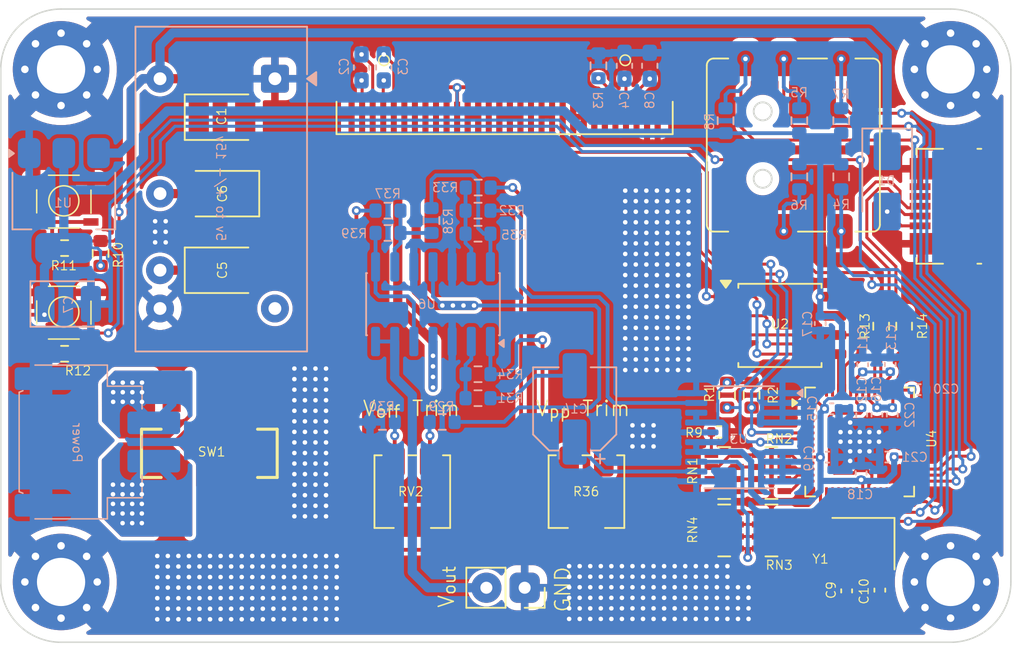
<source format=kicad_pcb>
(kicad_pcb (version 20241229) (generator "pcbnew") (generator_version "9.0")
  (layers (0 "F.Cu" signal) (2 "B.Cu" signal) (13 "F.Paste" user) (15 "B.Paste" user) (5 "F.SilkS" user "F.Silkscreen") (7 "B.SilkS" user "B.Silkscreen") (1 "F.Mask" user) (3 "B.Mask" user) (25 "Edge.Cuts" user))
  (net 0 "")
  (net 1 "+5V")
  (net 2 "GND")
  (net 3 "Net-(DS1-C2N)")
  (net 4 "Net-(DS1-C2P)")
  (net 5 "Net-(DS1-C1P)")
  (net 6 "Net-(DS1-C1N)")
  (net 7 "Net-(DS1-VCOMH)")
  (net 8 "+15V")
  (net 9 "-15V")
  (net 10 "+3V3")
  (net 11 "Net-(DS1-VCC)")
  (net 12 "Net-(U4-XIN)")
  (net 13 "Net-(U4-XOUT)")
  (net 14 "+1V1")
  (net 15 "Net-(U3A-P0W)")
  (net 16 "Net-(C14-Pad2)")
  (net 17 "Net-(D1-A)")
  (net 18 "/SDA")
  (net 19 "/SCL")
  (net 21 "Net-(DS1-IREF)")
  (net 22 "GNDS")
  (net 23 "VDD")
  (net 24 "/BTN_DOWN")
  (net 25 "/BTN_UP")
  (net 26 "/BTN_RIGHT")
  (net 27 "/BTN_MID")
  (net 28 "/BTN_LEFT")
  (net 30 "/USB.D+")
  (net 31 "/USB.D-")
  (net 32 "VOUT")
  (net 34 "Net-(RN1A-R1.1)")
  (net 35 "/QSPI_SS")
  (net 36 "Net-(R11-Pad2)")
  (net 37 "Net-(U4-RUN)")
  (net 38 "Net-(U4-USB_DP)")
  (net 39 "Net-(U4-USB_DM)")
  (net 40 "Net-(R29-Pad1)")
  (net 41 "Net-(R30-Pad2)")
  (net 42 "Net-(U6A--)")
  (net 43 "Net-(U3C-P2W)")
  (net 44 "Net-(R33-Pad1)")
  (net 45 "Net-(R34-Pad2)")
  (net 46 "Net-(R35-Pad2)")
  (net 47 "Net-(R36-Pad2)")
  (net 48 "Net-(U6C--)")
  (net 49 "Net-(RN1A-R1.2)")
  (net 50 "Net-(RN1D-R4.2)")
  (net 51 "Net-(RN1B-R2.2)")
  (net 52 "Net-(RN1C-R3.2)")
  (net 53 "/DAC0")
  (net 54 "/DAC3")
  (net 55 "/DAC2")
  (net 56 "/DAC1")
  (net 57 "Net-(RN3-R2.1)")
  (net 58 "/DAC7")
  (net 59 "/DAC5")
  (net 60 "/DAC4")
  (net 61 "/DAC6")
  (net 62 "Net-(RN3-R3.1)")
  (net 63 "Net-(RN3-R1.1)")
  (net 64 "Vsig")
  (net 65 "/QSPI_CLK")
  (net 66 "/QSPI_SD3")
  (net 67 "/QSPI_SD2")
  (net 68 "/QSPI_SD1")
  (net 69 "/QSPI_SD0")
  (net 87 "Net-(U6D--)")
  (net 88 "Net-(U6B-+)")
  (footprint "FuncGen-Footprints:CP_EIA-3528-21_Kemet-B" (layer "F.Cu") (at 123.774232 91.641961)
    (property "Reference" "C5")
    (property "Value" "4.7u")
  )
  (footprint "FuncGen-Footprints:R_0402_1005Metric" (layer "F.Cu") (at 156.744066 102.362)
    (property "Reference" "R9")
    (property "Value" "10k")
  )
  (footprint "FuncGen-Footprints:R_0603_1608Metric" (layer "F.Cu") (at 113.3348 90.17 180)
    (property "Reference" "R11")
    (property "Value" "1k")
  )
  (footprint "FuncGen-Footprints:R_Array_Concave_4x0603" (layer "F.Cu") (at 160.220066 105.090021)
    (property "Reference" "RN2")
    (property "Value" "20k")
  )
  (footprint "FuncGen-Footprints:QFN-56-1EP_7x7mm_P0.4mm_EP3.2x3.2mm" (layer "F.Cu") (at 166.070466 103.030521)
    (property "Reference" "U4")
    (property "Value" "RP2040")
  )
  (footprint "FuncGen-Footprints:R_0603_1608Metric" (layer "F.Cu") (at 157.2768 99.9236 -90)
    (property "Reference" "R1")
    (property "Value" "3.3k")
  )
  (footprint "FuncGen-Footprints:R_0603_1608Metric" (layer "F.Cu") (at 113.3348 97.1804)
    (property "Reference" "R12")
    (property "Value" "10k")
  )
  (footprint "FuncGen-Footprints:R_Array_Concave_4x0603" (layer "F.Cu") (at 160.220066 108.900021)
    (property "Reference" "RN3")
    (property "Value" "20k")
  )
  (footprint "FuncGen-Footprints:R_0603_1608Metric" (layer "F.Cu") (at 169.018787 95.352659 -90)
    (property "Reference" "R14")
    (property "Value" "27")
  )
  (footprint "FuncGen-Footprints:CP_EIA-3528-21_Kemet-B" (layer "F.Cu") (at 123.774232 86.561961 180)
    (property "Reference" "C6")
    (property "Value" "4.7u")
  )
  (footprint "FuncGen-Footprints:R_Array_Concave_4x0603" (layer "F.Cu") (at 157.084066 105.090021)
    (property "Reference" "RN1")
    (property "Value" "10k")
  )
  (footprint "FuncGen-Footprints:PinSocket_1x02_P2.54mm_Vertical" (layer "F.Cu") (at 143.85 112.6994 -90)
    (property "Reference" "J4" (hide yes))
    (property "Value" "Conn_01x02")
  )
  (footprint "FuncGen-Footprints:C_0402_1005Metric" (layer "F.Cu") (at 167.406075 112.858363 90)
    (property "Reference" "C10")
    (property "Value" "22p")
  )
  (footprint "FuncGen-Footprints:4PINSW-MINI" (layer "F.Cu") (at 113.284 94.4372)
    (property "Reference" "SW3" (hide yes))
    (property "Value" "RESET" (hide yes))
  )
  (footprint "FuncGen-Footprints:R_0603_1608Metric" (layer "F.Cu") (at 115.7224 90.5256 90)
    (property "Reference" "R10")
    (property "Value" "10k")
  )
  (footprint "FuncGen-Footprints:MountingHole_3.2mm_M3_Pad_Via" (layer "F.Cu") (at 113.1 78.3164)
    (property "Reference" "H1" (hide yes))
    (property "Value" "MountingHole_Pad" (hide yes))
  )
  (footprint "FuncGen-Footprints:R_0603_1608Metric" (layer "F.Cu") (at 167.494787 95.352659 -90)
    (property "Reference" "R13")
    (property "Value" "27")
  )
  (footprint "FuncGen-Footprints:C_0402_1005Metric" (layer "F.Cu") (at 165.206075 112.908363 90)
    (property "Reference" "C9")
    (property "Value" "22p")
  )
  (footprint "FuncGen-Footprints:Crystal_SMD_3225-4Pin_3.2x2.5mm" (layer "F.Cu") (at 166.3192 109.7788 180)
    (property "Reference" "Y1")
    (property "Value" "12MHz")
  )
  (footprint "FuncGen-Footprints:R_0603_1608Metric" (layer "F.Cu") (at 158.9024 99.9236 -90)
    (property "Reference" "R2")
    (property "Value" "3.3k")
  )
  (footprint "FuncGen-Footprints:MountingHole_3.2mm_M3_Pad_Via" (layer "F.Cu") (at 113.1 112.3164)
    (property "Reference" "H3" (hide yes))
    (property "Value" "MountingHole_Pad" (hide yes))
  )
  (footprint "FuncGen-Footprints:joystick-sleek" (layer "F.Cu") (at 161.5694 83.3374 90)
    (property "Reference" "J2" (hide yes))
    (property "Value" "joystick-sleek")
    (fp_circle (center 2.2352 -1.9304) (end 1.6352 -1.9304) (stroke (width 0.12)) (fill no) (layer "Edge.Cuts"))
    (fp_circle (center -2.2352 -1.9304) (end -2.8352 -1.9304) (stroke (width 0.12)) (fill no) (layer "Edge.Cuts"))
  )
  (footprint "FuncGen-Footprints:R_Array_Concave_4x0603" (layer "F.Cu") (at 157.084066 108.900021)
    (property "Reference" "RN4")
    (property "Value" "10k")
  )
  (footprint "FuncGen-Footprints:OLED-128O064D" (layer "F.Cu") (at 142.5194 81.4644)
    (property "Reference" "DS1" (hide yes))
    (property "Value" "0.96\" 128x64 OLED")
  )
  (footprint "FuncGen-Footprints:DPDT_SMT" (layer "F.Cu") (at 122.936 103.7844)
    (property "Reference" "SW1")
    (property "Value" "PWR_SW")
  )
  (footprint "FuncGen-Footprints:Potentiometer_Bourns_3224J_Horizontal" (layer "F.Cu") (at 147.948 106.3244 90)
    (property "Reference" "R36")
    (property "Value" "5k")
  )
  (footprint "FuncGen-Footprints:USB_Micro-B_Molex_47346-0001" (layer "F.Cu") (at 171.5384 87.3968 90)
    (property "Reference" "J3" (hide yes))
    (property "Value" "USB_B_Micro")
  )
  (footprint "FuncGen-Footprints:SOIC-8_5.3x5.3mm_P1.27mm" (layer "F.Cu") (at 160.782 95.3008)
    (property "Reference" "U2")
    (property "Value" "W25Q32JVSS")
  )
  (footprint "FuncGen-Footprints:MountingHole_3.2mm_M3_Pad_Via" (layer "F.Cu") (at 172.1 78.3164)
    (property "Reference" "H2" (hide yes))
    (property "Value" "MountingHole_Pad" (hide yes))
  )
  (footprint "FuncGen-Footprints:MountingHole_3.2mm_M3_Pad_Via" (layer "F.Cu") (at 172.1 112.3164)
    (property "Reference" "H4" (hide yes))
    (property "Value" "MountingHole_Pad" (hide yes))
  )
  (footprint "FuncGen-Footprints:Potentiometer_Bourns_3224J_Horizontal" (layer "F.Cu") (at 136.398 106.3244 90)
    (property "Reference" "RV2")
    (property "Value" "5k")
  )
  (footprint "FuncGen-Footprints:4PINSW-MINI" (layer "F.Cu") (at 113.284 87.0712)
    (property "Reference" "SW2" (hide yes))
    (property "Value" "BOOT" (hide yes))
  )
  (footprint "FuncGen-Footprints:CP_EIA-3528-21_Kemet-B" (layer "F.Cu") (at 123.774232 81.488813)
    (property "Reference" "C1")
    (property "Value" "10u")
  )
  (footprint "FuncGen-Footprints:C_0603_1608Metric_Pad1.08x0.95mm_HandSolder" (layer "B.Cu") (at 152.146 78.0796 -90)
    (property "Reference" "C8")
    (property "Value" "2.2u")
  )
  (footprint "FuncGen-Footprints:R_0603_1608Metric" (layer "B.Cu") (at 162.066525 85.4456 -90)
    (property "Reference" "R6")
    (property "Value" "10k")
  )
  (footprint "FuncGen-Footprints:C_0402_1005Metric" (layer "B.Cu") (at 166.1668 105.0824 -90)
    (property "Reference" "C18")
    (property "Value" "100n")
  )
  (footprint "FuncGen-Footprints:C_0402_1005Metric" (layer "B.Cu") (at 167.216866 101.235621 90)
    (property "Reference" "C16")
    (property "Value" "100n")
  )
  (footprint "FuncGen-Footprints:R_0603_1608Metric" (layer "B.Cu") (at 140.7546 98.536992)
    (property "Reference" "R34")
    (property "Value" "27k")
  )
  (footprint "FuncGen-Footprints:D_SMA" (layer "B.Cu") (at 167.894 85.7504 -90)
    (property "Reference" "D1")
    (property "Value" "SS34")
  )
  (footprint "FuncGen-Footprints:R_0603_1608Metric" (layer "B.Cu") (at 134.4168 101.7016)
    (property "Reference" "R30")
    (property "Value" "1k")
  )
  (footprint "FuncGen-Footprints:R_0603_1608Metric" (layer "B.Cu") (at 148.7424 78.0796 90)
    (property "Reference" "R3")
    (property "Value" "910k")
  )
  (footprint "FuncGen-Footprints:C_0603_1608Metric_Pad1.08x0.95mm_HandSolder" (layer "B.Cu") (at 134.504173 78.189081 90)
    (property "Reference" "C3")
    (property "Value" "1u")
  )
  (footprint "FuncGen-Footprints:C_0402_1005Metric" (layer "B.Cu") (at 166.200866 101.235621 90)
    (property "Reference" "C12")
    (property "Value" "100n")
  )
  (footprint "FuncGen-Footprints:R_0603_1608Metric" (layer "B.Cu") (at 140.7668 86.1568 180)
    (property "Reference" "R33")
    (property "Value" "100k")
  )
  (footprint "FuncGen-Footprints:SOIC-14_3.9x8.7mm_P1.27mm" (layer "B.Cu") (at 137.7696 93.8926 90)
    (property "Reference" "U6")
    (property "Value" "TL074")
  )
  (footprint "FuncGen-Footprints:R_0603_1608Metric" (layer "B.Cu") (at 138.3792 101.7016)
    (property "Reference" "R29")
    (property "Value" "22k")
  )
  (footprint "FuncGen-Footprints:R_0603_1608Metric" (layer "B.Cu") (at 140.7546 87.6879 180)
    (property "Reference" "R32")
    (property "Value" "100k")
  )
  (footprint "FuncGen-Footprints:R_0603_1608Metric" (layer "B.Cu") (at 157.1752 81.723911 90)
    (property "Reference" "R8")
    (property "Value" "10k")
  )
  (footprint "FuncGen-Footprints:batt-conn" (layer "B.Cu") (at 114.17092 103.031509 90)
    (property "Reference" "J1" (hide yes))
    (property "Value" "PWR")
  )
  (footprint "FuncGen-Footprints:CP_EIA-3528-21_Kemet-B" (layer "B.Cu") (at 113.538 93.8784)
    (property "Reference" "C7")
    (property "Value" "4.7u")
  )
  (footprint "FuncGen-Footprints:C_0603_1608Metric_Pad1.08x0.95mm_HandSolder" (layer "B.Cu") (at 133.030973 78.189081 90)
    (property "Reference" "C2")
    (property "Value" "1u")
  )
  (footprint "FuncGen-Footprints:C_0402_1005Metric" (layer "B.Cu") (at 168.232866 101.235621 90)
    (property "Reference" "C22")
    (property "Value" "1u")
  )
  (footprint "FuncGen-Footprints:C_0402_1005Metric" (layer "B.Cu") (at 164.219666 100.829221 180)
    (property "Reference" "C15")
    (property "Value" "100n")
  )
  (footprint "FuncGen-Footprints:R_0603_1608Metric" (layer "B.Cu") (at 134.7846 87.6879)
    (property "Reference" "R37")
    (property "Value" "27k")
  )
  (footprint "FuncGen-Footprints:R_0603_1608Metric" (layer "B.Cu") (at 137.668 88.3432 -90)
    (property "Reference" "R38")
    (property "Value" "100k")
  )
  (footprint "FuncGen-Footprints:R_0603_1608Metric" (layer "B.Cu") (at 164.846 85.4456 -90)
    (property "Reference" "R4")
    (property "Value" "10k")
  )
  (footprint "FuncGen-Footprints:C_0402_1005Metric" (layer "B.Cu") (at 168.0972 97.8916 -90)
    (property "Reference" "C13")
    (property "Value" "1u")
  )
  (footprint "FuncGen-Footprints:R_0603_1608Metric" (layer "B.Cu") (at 134.7846 89.1682 180)
    (property "Reference" "R39")
    (property "Value" "100k")
  )
  (footprint "FuncGen-Footprints:SOT-223-3_TabPin2" (layer "B.Cu") (at 113.284 87.0204 -90)
    (property "Reference" "U1")
    (property "Value" "LM1117")
  )
  (footprint "FuncGen-Footprints:TSSOP-20_4.4x6.5mm_P0.65mm" (layer "B.Cu") (at 158.0896 102.7176 180)
    (property "Reference" "U3")
    (property "Value" "MCP4461-103")
  )
  (footprint "FuncGen-Footprints:R_0603_1608Metric" (layer "B.Cu") (at 140.7546 100.1268 180)
    (property "Reference" "R31")
    (property "Value" "10k")
  )
  (footprint "FuncGen-Footprints:R_0603_1608Metric" (layer "B.Cu") (at 140.7546 89.219)
    (property "Reference" "R35")
    (property "Value" "470k")
  )
  (footprint "FuncGen-Footprints:R_0603_1608Metric" (layer "B.Cu") (at 164.846 81.723911 90)
    (property "Reference" "R7")
    (property "Value" "10k")
  )
  (footprint "FuncGen-Footprints:C_0603_1608Metric_Pad1.08x0.95mm_HandSolder" (layer "B.Cu") (at 150.4696 78.0796 -90)
    (property "Reference" "C4")
    (property "Value" "4.7u")
  )
  (footprint "FuncGen-Footprints:Converter_DCDC_XP_POWER-IAxxxxD_THT" (layer "B.Cu") (at 127.2849 78.9384 180)
    (property "Reference" "PS1" (hide yes))
    (property "Value" "IA0515D")
  )
  (footprint "FuncGen-Footprints:C_0402_1005Metric" (layer "B.Cu") (at 163.452672 95.173214 90)
    (property "Reference" "C17")
    (property "Value" "100n")
  )
  (footprint "FuncGen-Footprints:C_0402_1005Metric" (layer "B.Cu") (at 170.010866 99.559221 180)
    (property "Reference" "C20")
    (property "Value" "100n")
  )
  (footprint "FuncGen-Footprints:C_0402_1005Metric" (layer "B.Cu") (at 163.9316 104.0384 180)
    (property "Reference" "C19")
    (property "Value" "100n")
  )
  (footprint "FuncGen-Footprints:C_0402_1005Metric" (layer "B.Cu") (at 167.877266 104.030521)
    (property "Reference" "C21")
    (property "Value" "100n")
  )
  (footprint "FuncGen-Footprints:R_0603_1608Metric" (layer "B.Cu") (at 162.066525 81.723911 90)
    (property "Reference" "R5")
    (property "Value" "10k")
  )
  (footprint "FuncGen-Footprints:CP_Elec_5x5.4" (layer "B.Cu") (at 147.1676 100.838 90)
    (property "Reference" "C14")
    (property "Value" "47u")
  )
  (footprint "FuncGen-Footprints:C_0402_1005Metric" (layer "B.Cu") (at 166.268228 97.905877 -90)
    (property "Reference" "C11")
    (property "Value" "100n")
  )
  (gr_poly (pts (xy 164.8968 99.6188) (xy 165.4048 100.1268) (xy 164.3888 100.1268)) (stroke (width 0.2)) (fill yes) (layer "B.Cu") (net 10))
  (gr_arc (start 172.1 74.3164) (mid 174.928427 75.487973) (end 176.1 78.3164) (stroke (width 0.1)) (layer "Edge.Cuts"))
  (gr_arc (start 109.1 78.3164) (mid 110.271573 75.487973) (end 113.1 74.3164) (stroke (width 0.1)) (layer "Edge.Cuts"))
  (gr_arc (start 113.1 116.3164) (mid 110.271573 115.144827) (end 109.1 112.3164) (stroke (width 0.1)) (layer "Edge.Cuts"))
  (gr_line (start 176.1 78.3164) (end 176.1 112.3164) (stroke (width 0.1)) (layer "Edge.Cuts"))
  (gr_line (start 113.1 74.3164) (end 172.1 74.3164) (stroke (width 0.1)) (layer "Edge.Cuts"))
  (gr_line (start 172.1 116.3164) (end 113.1 116.3164) (stroke (width 0.1)) (layer "Edge.Cuts"))
  (gr_arc (start 176.1 112.3164) (mid 174.928427 115.144827) (end 172.1 116.3164) (stroke (width 0.1)) (layer "Edge.Cuts"))
  (gr_line (start 109.1 112.3164) (end 109.1 78.3164) (stroke (width 0.1)) (layer "Edge.Cuts"))
  (gr_text "V_{off} Trim" (at 133.0452 101.3968 0) (layer "F.SilkS") (effects (font (size 1 1) (thickness 0.1)) (justify left bottom)))
  (gr_text "GND" (at 146.9644 114.4016 90) (layer "F.SilkS") (effects (font (size 1 1) (thickness 0.1)) (justify left bottom)))
  (gr_text "V_{out}" (at 139.2428 114.0968 90) (layer "F.SilkS") (effects (font (size 1 1) (thickness 0.1)) (justify left bottom)))
  (gr_text "V_{pp} Trim" (at 144.526 101.3968 0) (layer "F.SilkS") (effects (font (size 1 1) (thickness 0.1)) (justify left bottom)))
  (gr_text "Power" (at 113.81532 104.453909 270) (layer "B.SilkS") (effects (font (size 0.6 0.6) (thickness 0.075)) (justify left bottom mirror)))
  (gr_text "5v to +/- 15v" (at 123.3424 89.7636 270) (layer "B.SilkS") (effects (font (size 0.6 0.6) (thickness 0.075)) (justify left bottom mirror)))
  (segment (start 122.174 97.0788) (end 122.936 97.8408) (width 0.6096) (layer "F.Cu") (net 1))
  (segment (start 122.234232 79.816232) (end 121.3564 78.9384) (width 0.6096) (layer "F.Cu") (net 1))
  (segment (start 121.3564 78.9384) (end 119.6649 78.9384) (width 0.6096) (layer "F.Cu") (net 1))
  (segment (start 122.234232 81.488813) (end 122.234232 79.816232) (width 0.6096) (layer "F.Cu") (net 1))
  (segment (start 118.5212 78.9384) (end 117.7544 79.7052) (width 0.6096) (layer "F.Cu") (net 1))
  (segment (start 117.7544 96.1136) (end 118.7196 97.0788) (width 0.6096) (layer "F.Cu") (net 1))
  (segment (start 122.936 97.8408) (end 122.936 99.7844) (width 0.6096) (layer "F.Cu") (net 1))
  (segment (start 117.7544 79.7052) (end 117.7544 96.1136) (width 0.6096) (layer "F.Cu") (net 1))
  (segment (start 118.7196 97.0788) (end 122.174 97.0788) (width 0.6096) (layer "F.Cu") (net 1))
  (segment (start 119.6649 78.9384) (end 118.5212 78.9384) (width 0.6096) (layer "F.Cu") (net 1))
  (segment (start 166.624 75.8952) (end 167.894 77.1652) (width 0.6096) (layer "B.Cu") (net 1))
  (segment (start 118.5212 78.9384) (end 117.7544 79.7052) (width 0.6096) (layer "B.Cu") (net 1))
  (segment (start 116.9928 83.8704) (end 115.584 83.8704) (width 0.6096) (layer "B.Cu") (net 1))
  (segment (start 117.7544 79.7052) (end 117.7544 83.1088) (width 0.6096) (layer "B.Cu") (net 1))
  (segment (start 167.894 77.1652) (end 167.894 83.7504) (width 0.6096) (layer "B.Cu") (net 1))
  (segment (start 117.7544 83.1088) (end 116.9928 83.8704) (width 0.6096) (layer "B.Cu") (net 1))
  (segment (start 119.6649 76.7279) (end 120.4976 75.8952) (width 0.6096) (layer "B.Cu") (net 1))
  (segment (start 119.6649 78.9384) (end 118.5212 78.9384) (width 0.6096) (layer "B.Cu") (net 1))
  (segment (start 120.4976 75.8952) (end 166.624 75.8952) (width 0.6096) (layer "B.Cu") (net 1))
  (segment (start 119.6649 78.9384) (end 119.6649 76.7279) (width 0.6096) (layer "B.Cu") (net 1))
  (segment (start 170.0784 84.9943) (end 170.1634 84.9093) (width 0.4064) (layer "F.Cu") (net 2))
  (segment (start 170.0784 86.0968) (end 170.0784 84.9943) (width 0.4064) (layer "F.Cu") (net 2))
  (segment (start 164.7308 108.9288) (end 163.9824 109.6772) (width 0.6096) (layer "F.Cu") (net 2))
  (segment (start 165.070466 108.335134) (end 164.7444 108.6612) (width 0.2) (layer "F.Cu") (net 2))
  (segment (start 165.070466 106.468021) (end 165.070466 108.335134) (width 0.2) (layer "F.Cu") (net 2))
  (segment (start 165.2192 108.9288) (end 164.7308 108.9288) (width 0.6096) (layer "F.Cu") (net 2))
  (via (at 153.3204 98.26) (size 0.6) (drill 0.3) (layers "F.Cu" "B.Cu") (net 2))
  (via (at 120.1816 112.6916) (size 0.6) (drill 0.3) (layers "F.Cu" "B.Cu") (net 2))
  (via (at 129.2748 104.4628) (size 0.6) (drill 0.3) (layers "F.Cu" "B.Cu") (net 2))
  (via (at 119.3404 89.792) (size 0.6) (drill 0.3) (layers "F.Cu" "B.Cu") (net 2))
  (via (at 155.8992 111.2684) (size 0.6) (drill 0.3) (layers "F.Cu" "B.Cu") (net 2))
  (via (at 146.7992 111.2684) (size 0.6) (drill 0.3) (layers "F.Cu" "B.Cu") (net 2))
  (via (at 120.1816 110.5916) (size 0.6) (drill 0.3) (layers "F.Cu" "B.Cu") (net 2))
  (via (at 129.9748 101.6628) (size 0.6) (drill 0.3) (layers "F.Cu" "B.Cu") (net 2))
  (via (at 130.6748 102.3628) (size 0.6) (drill 0.3) (layers "F.Cu" "B.Cu") (net 2))
  (via (at 130.6748 100.9628) (size 0.6) (drill 0.3) (layers "F.Cu" "B.Cu") (net 2))
  (via (at 154.4992 114.7684) (size 0.6) (drill 0.3) (layers "F.Cu" "B.Cu") (net 2))
  (via (at 124.3816 114.7916) (size 0.6) (drill 0.3) (layers "F.Cu" "B.Cu") (net 2))
  (via (at 150.2992 114.0684) (size 0.6) (drill 0.3) (layers "F.Cu" "B.Cu") (net 2))
  (via (at 126.4816 110.5916) (size 0.6) (drill 0.3) (layers "F.Cu" "B.Cu") (net 2))
  (via (at 154.0204 92.66) (size 0.6) (drill 0.3) (layers "F.Cu" "B.Cu") (net 2))
  (via (at 157.9992 114.7684) (size 0.6) (drill 0.3) (layers "F.Cu" "B.Cu") (net 2))
  (via (at 123.6816 114.7916) (size 0.6) (drill 0.3) (layers "F.Cu" "B.Cu") (net 2))
  (via (at 129.2748 107.9628) (size 0.6) (drill 0.3) (layers "F.Cu" "B.Cu") (net 2))
  (via (at 154.0204 96.16) (size 0.6) (drill 0.3) (layers "F.Cu" "B.Cu") (net 2))
  (via (at 153.3204 94.76) (size 0.6) (drill 0.3) (layers "F.Cu" "B.Cu") (net 2))
  (via (at 131.3816 114.7916) (size 0.6) (drill 0.3) (layers "F.Cu" "B.Cu") (net 2))
  (via (at 151.2204 92.66) (size 0.6) (drill 0.3) (layers "F.Cu" "B.Cu") (net 2))
  (via (at 125.0816 110.5916) (size 0.6) (drill 0.3) (layers "F.Cu" "B.Cu") (net 2))
  (via (at 150.5204 94.06) (size 0.6) (drill 0.3) (layers "F.Cu" "B.Cu") (net 2))
  (via (at 129.9748 105.8628) (size 0.6) (drill 0.3) (layers "F.Cu" "B.Cu") (net 2))
  (via (at 153.7992 113.3684) (size 0.6) (drill 0.3) (layers "F.Cu" "B.Cu") (net 2))
  (via (at 148.8992 114.7684) (size 0.6) (drill 0.3) (layers "F.Cu" "B.Cu") (net 2))
  (via (at 131.3816 113.3916) (size 0.6) (drill 0.3) (layers "F.Cu" "B.Cu") (net 2))
  (via (at 129.9816 111.9916) (size 0.6) (drill 0.3) (layers "F.Cu" "B.Cu") (net 2))
  (via (at 129.2816 111.9916) (size 0.6) (drill 0.3) (layers "F.Cu" "B.Cu") (net 2))
  (via (at 151.9204 91.26) (size 0.6) (drill 0.3) (layers "F.Cu" "B.Cu") (net 2))
  (via (at 154.4992 113.3684) (size 0.6) (drill 0.3) (layers "F.Cu" "B.Cu") (net 2))
  (via (at 146.7992 114.7684) (size 0.6) (drill 0.3) (layers "F.Cu" "B.Cu") (net 2))
  (via (at 130.6748 103.0628) (size 0.6) (drill 0.3) (layers "F.Cu" "B.Cu") (net 2))
  (via (at 149.5992 111.2684) (size 0.6) (drill 0.3) (layers "F.Cu" "B.Cu") (net 2))
  (via (at 120.8816 112.6916) (size 0.6) (drill 0.3) (layers "F.Cu" "B.Cu") (net 2))
  (via (at 128.5748 103.7628) (size 0.6) (drill 0.3) (layers "F.Cu" "B.Cu") (net 2))
  (via (at 153.3204 91.26) (size 0.6) (drill 0.3) (layers "F.Cu" "B.Cu") (net 2))
  (via (at 127.1816 112.6916) (size 0.6) (drill 0.3) (layers "F.Cu" "B.Cu") (net 2))
  (via (at 129.9748 102.3628) (size 0.6) (drill 0.3) (layers "F.Cu" "B.Cu") (net 2))
  (via (at 129.2748 103.0628) (size 0.6) (drill 0.3) (layers "F.Cu" "B.Cu") (net 2))
  (via (at 151.9204 98.26) (size 0.6) (drill 0.3) (layers "F.Cu" "B.Cu") (net 2))
  (via (at 123.6816 112.6916) (size 0.6) (drill 0.3) (layers "F.Cu" "B.Cu") (net 2))
  (via (at 131.3816 111.2916) (size 0.6) (drill 0.3) (layers "F.Cu" "B.Cu") (net 2))
  (via (at 146.7992 111.9684) (size 0.6) (drill 0.3) (layers "F.Cu" "B.Cu") (net 2))
  (via (at 129.2748 107.2628) (size 0.6) (drill 0.3) (layers "F.Cu" "B.Cu") (net 2))
  (via (at 153.3204 89.16) (size 0.6) (drill 0.3) (layers "F.Cu" "B.Cu") (net 2))
  (via (at 148.1992 111.9684) (size 0.6) (drill 0.3) (layers "F.Cu" "B.Cu") (net 2))
  (via (at 152.6204 90.56) (size 0.6) (drill 0.3) (layers "F.Cu" "B.Cu") (net 2))
  (via (at 152.6204 96.86) (size 0.6) (drill 0.3) (layers "F.Cu" "B.Cu") (net 2))
  (via (at 154.7204 92.66) (size 0.6) (drill 0.3) (layers "F.Cu" "B.Cu") (net 2))
  (via (at 156.5992 112.6684) (size 0.6) (drill 0.3) (layers "F.Cu" "B.Cu") (net 2))
  (via (at 129.9816 111.2916) (size 0.6) (drill 0.3) (layers "F.Cu" "B.Cu") (net 2))
  (via (at 148.8992 111.2684) (size 0.6) (drill 0.3) (layers "F.Cu" "B.Cu") (net 2))
  (via (at 151.2204 96.86) (size 0.6) (drill 0.3) (layers "F.Cu" "B.Cu") (net 2))
  (via (at 148.1992 113.3684) (size 0.6) (drill 0.3) (layers "F.Cu" "B.Cu") (net 2))
  (via (at 153.3204 94.06) (size 0.6) (drill 0.3) (layers "F.Cu" "B.Cu") (net 2))
  (via (at 120.8816 111.2916) (size 0.6) (drill 0.3) (layers "F.Cu" "B.Cu") (net 2))
  (via (at 129.2748 101.6628) (size 0.6) (drill 0.3) (layers "F.Cu" "B.Cu") (net 2))
  (via (at 166.076866 103.013621) (size 0.6) (drill 0.3) (layers "F.Cu" "B.Cu") (net 2))
  (via (at 120.8816 114.7916) (size 0.6) (drill 0.3) (layers "F.Cu" "B.Cu") (net 2))
  (via (at 127.8816 114.7916) (size 0.6) (drill 0.3) (layers "F.Cu" "B.Cu") (net 2))
  (via (at 128.5748 104.4628) (size 0.6) (drill 0.3) (layers "F.Cu" "B.Cu") (net 2))
  (via (at 150.9992 112.6684) (size 0.6) (drill 0.3) (layers "F.Cu" "B.Cu") (net 2))
  (via (at 119.4816 111.2916) (size 0.6) (drill 0.3) (layers "F.Cu" "B.Cu") (net 2))
  (via (at 120.8816 113.3916) (size 0.6) (drill 0.3) (layers "F.Cu" "B.Cu") (net 2))
  (via (at 151.2204 96.16) (size 0.6) (drill 0.3) (layers "F.Cu" "B.Cu") (net 2))
  (via (at 152.6204 91.26) (size 0.6) (drill 0.3) (layers "F.Cu" "B.Cu") (net 2))
  (via (at 122.2816 111.9916) (size 0.6) (drill 0.3) (layers "F.Cu" "B.Cu") (net 2))
  (via (at 129.2748 100.9628) (size 0.6) (drill 0.3) (layers "F.Cu" "B.Cu") (net 2))
  (via (at 154.0204 89.16) (size 0.6) (drill 0.3) (layers "F.Cu" "B.Cu") (net 2))
  (via (at 130.6748 98.1628) (size 0.6) (drill 0.3) (layers "F.Cu" "B.Cu") (net 2))
  (via (at 151.2204 87.76) (size 0.6) (drill 0.3) (layers "F.Cu" "B.Cu") (net 2))
  (via (at 130.6816 111.2916) (size 0.6) (drill 0.3) (layers "F.Cu" "B.Cu") (net 2))
  (via (at 166.076866 102.375621) (size 0.6) (drill 0.3) (layers "F.Cu" "B.Cu") (net 2))
  (via (at 121.5816 111.2916) (size 0.6) (drill 0.3) (layers "F.Cu" "B.Cu") (net 2))
  (via (at 127.1816 113.3916) (size 0.6) (drill 0.3) (layers "F.Cu" "B.Cu") (net 2))
  (via (at 125.7816 114.7916) (size 0.6) (drill 0.3) (layers "F.Cu" "B.Cu") (net 2))
  (via (at 152.6204 89.86) (size 0.6) (drill 0.3) (layers "F.Cu" "B.Cu") (net 2))
  (via (at 151.2204 94.06) (size 0.6) (drill 0.3) (layers "F.Cu" "B.Cu") (net 2))
  (via (at 128.5748 98.8628) (size 0.6) (drill 0.3) (layers "F.Cu" "B.Cu") (net 2))
  (via (at 154.7204 87.76) (size 0.6) (drill 0.3) (layers "F.Cu" "B.Cu") (net 2))
  (via (at 150.2992 112.6684) (size 0.6) (drill 0.3) (layers "F.Cu" "B.Cu") (net 2))
  (via (at 150.2992 113.3684) (size 0.6) (drill 0.3) (layers "F.Cu" "B.Cu") (net 2))
  (via (at 153.0992 111.2684) (size 0.6) (drill 0.3) (layers "F.Cu" "B.Cu") (net 2))
  (via (at 151 101.9272) (size 0.6) (drill 0.3) (layers "F.Cu" "B.Cu") (net 2))
  (via (at 150.9992 114.7684) (size 0.6) (drill 0.3) (layers "F.Cu" "B.Cu") (net 2))
  (via (at 128.5748 100.9628) (size 0.6) (drill 0.3) (layers "F.Cu" "B.Cu") (net 2))
  (via (at 154.7204 96.86) (size 0.6) (drill 0.3) (layers "F.Cu" "B.Cu") (net 2))
  (via (at 151.2204 86.36) (size 0.6) (drill 0.3) (layers "F.Cu" "B.Cu") (net 2))
  (via (at 158.6992 114.0684) (size 0.6) (drill 0.3) (layers "F.Cu" "B.Cu") (net 2))
  (via (at 122.2816 112.6916) (size 0.6) (drill 0.3) (layers "F.Cu" "B.Cu") (net 2))
  (via (at 131.3816 114.0916) (size 0.6) (drill 0.3) (layers "F.Cu" "B.Cu") (net 2))
  (via (at 154.7204 97.56) (size 0.6) (drill 0.3) (layers "F.Cu" "B.Cu") (net 2))
  (via (at 155.8992 112.6684) (size 0.6) (drill 0.3) (layers "F.Cu" "B.Cu") (net 2))
  (via (at 127.8816 112.6916) (size 0.6) (drill 0.3) (layers "F.Cu" "B.Cu") (net 2))
  (via (at 154.0204 91.26) (size 0.6) (drill 0.3) (layers "F.Cu" "B.Cu") (net 2))
  (via (at 156.5992 111.2684) (size 0.6) (drill 0.3) (layers "F.Cu" "B.Cu") (net 2))
  (via (at 153.3204 87.06) (size 0.6) (drill 0.3) (layers "F.Cu" "B.Cu") (net 2))
  (via (at 146.7992 114.0684) (size 0.6) (drill 0.3) (layers "F.Cu" "B.Cu") (net 2))
  (via (at 122.9816 112.6916) (size 0.6) (drill 0.3) (layers "F.Cu" "B.Cu") (net 2))
  (via (at 129.9748 98.1628) (size 0.6) (drill 0.3) (layers "F.Cu" "B.Cu") (net 2))
  (via (at 150.9992 111.2684) (size 0.6) (drill 0.3) (layers "F.Cu" "B.Cu") (net 2))
  (via (at 152.6204 95.46) (size 0.6) (drill 0.3) (layers "F.Cu" "B.Cu") (net 2))
  (via (at 129.2816 111.2916) (size 0.6) (drill 0.3) (layers "F.Cu" "B.Cu") (net 2))
  (via (at 151.9204 89.16) (size 0.6) (drill 0.3) (layers "F.Cu" "B.Cu") (net 2))
  (via (at 153.7992 111.9684) (size 0.6) (drill 0.3) (layers "F.Cu" "B.Cu") (net 2))
  (via (at 154.0204 94.06) (size 0.6) (drill 0.3) (layers "F.Cu" "B.Cu") (net 2))
  (via (at 151.9204 86.36) (size 0.6) (drill 0.3) (layers "F.Cu" "B.Cu") (net 2))
  (via (at 155.8992 114.0684) (size 0.6) (drill 0.3) (layers "F.Cu" "B.Cu") (net 2))
  (via (at 154.7204 91.96) (size 0.6) (drill 0.3) (layers "F.Cu" "B.Cu") (net 2))
  (via (at 126.4816 113.3916) (size 0.6) (drill 0.3) (layers "F.Cu" "B.Cu") (net 2))
  (via (at 155.1992 114.7684) (size 0.6) (drill 0.3) (layers "F.Cu" "B.Cu") (net 2))
  (via (at 122.2816 111.2916) (size 0.6) (drill 0.3) (layers "F.Cu" "B.Cu") (net 2))
  (via (at 151.6992 111.2684) (size 0.6) (drill 0.3) (layers "F.Cu" "B.Cu") (net 2))
  (via (at 152.3992 114.0684) (size 0.6) (drill 0.3) (layers "F.Cu" "B.Cu") (net 2))
  (via (at 158.6992 114.7684) (size 0.6) (drill 0.3) (layers "F.Cu" "B.Cu") (net 2))
  (via (at 164.800866 103.013621) (size 0.6) (drill 0.3) (layers "F.Cu" "B.Cu") (net 2))
  (via (at 152.6204 89.16) (size 0.6) (drill 0.3) (layers "F.Cu" "B.Cu") (net 2))
  (via (at 129.9816 113.3916) (size 0.6) (drill 0.3) (layers "F.Cu" "B.Cu") (net 2))
  (via (at 150.5204 98.26) (size 0.6) (drill 0.3) (layers "F.Cu" "B.Cu") (net 2))
  (via (at 119.4816 113.3916) (size 0.6) (drill 0.3) (layers "F.Cu" "B.Cu") (net 2))
  (via (at 153.3204 86.36) (size 0.6) (drill 0.3) (layers "F.Cu" "B.Cu") (net 2))
  (via (at 130.6748 105.1628) (size 0.6) (drill 0.3) (layers "F.Cu" "B.Cu") (net 2))
  (via (at 122.9816 110.5916) (size 0.6) (drill 0.3) (layers "F.Cu" "B.Cu") (net 2))
  (via (at 129.9748 104.4628) (size 0.6) (drill 0.3) (layers "F.Cu" "B.Cu") (net 2))
  (via (at 123.6816 111.9916) (size 0.6) (drill 0.3) (layers "F.Cu" "B.Cu") (net 2))
  (via (at 148.8992 111.9684) (size 0.6) (drill 0.3) (layers "F.Cu" "B.Cu") (net 2))
  (via (at 119.4816 110.5916) (size 0.6) (drill 0.3) (layers "F.Cu" "B.Cu") (net 2))
  (via (at 125.0816 111.9916) (size 0.6) (drill 0.3) (layers "F.Cu" "B.Cu") (net 2))
  (via (at 129.9748 103.7628) (size 0.6) (drill 0.3) (layers "F.Cu" "B.Cu") (net 2))
  (via (at 129.9816 110.5916) (size 0.6) (drill 0.3) (layers "F.Cu" "B.Cu") (net 2))
  (via (at 151.7 102.6272) (size 0.6) (drill 0.3) (layers "F.Cu" "B.Cu") (net 2))
  (via (at 125.7816 110.5916) (size 0.6) (drill 0.3) (layers "F.Cu" "B.Cu") (net 2))
  (via (at 156.5992 114.7684) (size 0.6) (drill 0.3) (layers "F.Cu" "B.Cu") (net 2))
  (via (at 148.8992 114.0684) (size 0.6) (drill 0.3) (layers "F.Cu" "B.Cu") (net 2))
  (via (at 149.5992 111.9684) (size 0.6) (drill 0.3) (layers "F.Cu" "B.Cu") (net 2))
  (via (at 151.9204 93.36) (size 0.6) (drill 0.3) (layers "F.Cu" "B.Cu") (net 2))
  (via (at 127.1816 110.5916) (size 0.6) (drill 0.3) (layers "F.Cu" "B.Cu") (net 2))
  (via (at 129.9748 98.8628) (size 0.6) (drill 0.3) (layers "F.Cu" "B.Cu") (net 2))
  (via (at 129.2748 103.7628) (size 0.6) (drill 0.3) (layers "F.Cu" "B.Cu") (net 2))
  (via (at 154.7204 90.56) (size 0.6) (drill 0.3) (layers "F.Cu" "B.Cu") (net 2))
  (via (at 151.9204 94.06) (size 0.6) (drill 0.3) (layers "F.Cu" "B.Cu") (net 2))
  (via (at 155.1992 113.3684) (size 0.6) (drill 0.3) (layers "F.Cu" "B.Cu") (net 2))
  (via (at 152.3992 113.3684) (size 0.6) (drill 0.3) (layers "F.Cu" "B.Cu") (net 2))
  (via (at 120.0404 88.392) (size 0.6) (drill 0.3) (layers "F.Cu" "B.Cu") (net 2))
  (via (at 120.8816 110.5916) (size 0.6) (drill 0.3) (layers "F.Cu" "B.Cu") (net 2))
  (via (at 157.2992 111.2684) (size 0.6) (drill 0.3) (layers "F.Cu" "B.Cu") (net 2))
  (via (at 155.1992 114.0684) (size 0.6) (drill 0.3) (layers "F.Cu" "B.Cu") (net 2))
  (via (at 152.6204 93.36) (size 0.6) (drill 0.3) (layers "F.Cu" "B.Cu") (net 2))
  (via (at 129.9748 100.2628) (size 0.6) (drill 0.3) (layers "F.Cu" "B.Cu") (net 2))
  (via (at 121.5816 110.5916) (size 0.6) (drill 0.3) (layers "F.Cu" "B.Cu") (net 2))
  (via (at 151.6992 114.0684) (size 0.6) (drill 0.3) (layers "F.Cu" "B.Cu") (net 2))
  (via (at 154.0204 91.96) (size 0.6) (drill 0.3) (layers "F.Cu" "B.Cu") (net 2))
  (via (at 152.4 101.9272) (size 0.6) (drill 0.3) (layers "F.Cu" "B.Cu") (net 2))
  (via (at 151.9204 89.86) (size 0.6) (drill 0.3) (layers "F.Cu" "B.Cu") (net 2))
  (via (at 155.8992 114.7684) (size 0.6) (drill 0.3) (layers "F.Cu" "B.Cu") (net 2))
  (via (at 150.5204 88.46) (size 0.6) (drill 0.3) (layers "F.Cu" "B.Cu") (net 2))
  (via (at 147.4992 111.9684) (size 0.6) (drill 0.3) (layers "F.Cu" "B.Cu") (net 2))
  (via (at 129.9748 107.9628) (size 0.6) (drill 0.3) (layers "F.Cu" "B.Cu") (net 2))
  (via (at 147.4992 111.2684) (size 0.6) (drill 0.3) (layers "F.Cu" "B.Cu") (net 2))
  (via (at 120.1816 111.9916) (size 0.6) (drill 0.3) (layers "F.Cu" "B.Cu") (net 2))
  (via (at 151.6992 114.7684) (size 0.6) (drill 0.3) (layers "F.Cu" "B.Cu") (net 2))
  (via (at 156.5992 114.0684) (size 0.6) (drill 0.3) (layers "F.Cu" "B.Cu") (net 2))
  (via (at 154.0204 88.46) (size 0.6) (drill 0.3) (layers "F.Cu" "B.Cu") (net 2))
  (via (at 151.6992 111.9684) (size 0.6) (drill 0.3) (layers "F.Cu" "B.Cu") (net 2))
  (via (at 130.6748 103.7628) (size 0.6) (drill 0.3) (layers "F.Cu" "B.Cu") (net 2))
  (via (at 125.0816 111.2916) (size 0.6) (drill 0.3) (layers "F.Cu" "B.Cu") (net 2))
  (via (at 154.0204 89.86) (size 0.6) (drill 0.3) (layers "F.Cu" "B.Cu") (net 2))
  (via (at 151.6992 113.3684) (size 0.6) (drill 0.3) (layers "F.Cu" "B.Cu") (net 2))
  (via (at 151.2204 89.86) (size 0.6) (drill 0.3) (layers "F.Cu" "B.Cu") (net 2))
  (via (at 147.4992 114.0684) (size 0.6) (drill 0.3) (layers "F.Cu" "B.Cu") (net 2))
  (via (at 154.0204 90.56) (size 0.6) (drill 0.3) (layers "F.Cu" "B.Cu") (net 2))
  (via (at 158.6992 112.6684) (size 0.6) (drill 0.3) (layers "F.Cu" "B.Cu") (net 2))
  (via (at 149.5992 114.7684) (size 0.6) (drill 0.3) (layers "F.Cu" "B.Cu") (net 2))
  (via (at 123.6816 114.0916) (size 0.6) (drill 0.3) (layers "F.Cu" "B.Cu") (net 2))
  (via (at 125.0816 114.0916) (size 0.6) (drill 0.3) (layers "F.Cu" "B.Cu") (net 2))
  (via (at 129.9748 106.5628) (size 0.6) (drill 0.3) (layers "F.Cu" "B.Cu") (net 2))
  (via (at 121.5816 111.9916) (size 0.6) (drill 0.3) (layers "F.Cu" "B.Cu") (net 2))
  (via (at 150.5204 91.26) (size 0.6) (drill 0.3) (layers "F.Cu" "B.Cu") (net 2))
  (via (at 129.9748 100.9628) (size 0.6) (drill 0.3) (layers "F.Cu" "B.Cu") (net 2))
  (via (at 154.7204 89.86) (size 0.6) (drill 0.3) (layers "F.Cu" "B.Cu") (net 2))
  (via (at 119.3404 88.392) (size 0.6) (drill 0.3) (layers "F.Cu" "B.Cu") (net 2))
  (via (at 152.3992 111.9684) (size 0.6) (drill 0.3) (layers "F.Cu" "B.Cu") (net 2))
  (via (at 154.0204 98.26) (size 0.6) (drill 0.3) (layers "F.Cu" "B.Cu") (net 2))
  (via (at 122.9816 114.7916) (size 0.6) (drill 0.3) (layers "F.Cu" "B.Cu") (net 2))
  (via (at 153.3204 92.66) (size 0.6) (drill 0.3) (layers "F.Cu" "B.Cu") (net 2))
  (via (at 130.6816 114.7916) (size 0.6) (drill 0.3) (layers "F.Cu" "B.Cu") (net 2))
  (via (at 154.0204 97.56) (size 0.6) (drill 0.3) (layers "F.Cu" "B.Cu") (net 2))
  (via (at 154.0204 86.36) (size 0.6) (drill 0.3) (layers "F.Cu" "B.Cu") (net 2))
  (via (at 153.3204 87.76) (size 0.6) (drill 0.3) (layers "F.Cu" "B.Cu") (net 2))
  (via (at 126.4816 111.9916) (size 0.6) (drill 0.3) (layers "F.Cu" "B.Cu") (net 2))
  (via (at 153.0992 113.3684) (size 0.6) (drill 0.3) (layers "F.Cu" "B.Cu") (net 2))
  (via (at 166.714866 103.013621) (size 0.6) (drill 0.3) (layers "F.Cu" "B.Cu") (net 2))
  (via (at 148.1992 114.7684) (size 0.6) (drill 0.3) (layers "F.Cu" "B.Cu") (net 2))
  (via (at 151.9204 97.56) (size 0.6) (drill 0.3) (layers "F.Cu" "B.Cu") (net 2))
  (via (at 157.2992 111.9684) (size 0.6) (drill 0.3) (layers "F.Cu" "B.Cu") (net 2))
  (via (at 128.5748 107.9628) (size 0.6) (drill 0.3) (layers "F.Cu" "B.Cu") (net 2))
  (via (at 128.5748 103.0628) (size 0.6) (drill 0.3) (layers "F.Cu" "B.Cu") (net 2))
  (via (at 154.7204 94.06) (size 0.6) (drill 0.3) (layers "F.Cu" "B.Cu") (net 2))
  (via (at 151.9204 90.56) (size 0.6) (drill 0.3) (layers "F.Cu" "B.Cu") (net 2))
  (via (at 150.5204 94.76) (size 0.6) (drill 0.3) (layers "F.Cu" "B.Cu") (net 2))
  (via (at 154.7204 91.26) (size 0.6) (drill 0.3) (layers "F.Cu" "B.Cu") (net 2))
  (via (at 152.6204 94.76) (size 0.6) (drill 0.3) (layers "F.Cu" "B.Cu") (net 2))
  (via (at 128.5748 106.5628) (size 0.6) (drill 0.3) (layers "F.Cu" "B.Cu") (net 2))
  (via (at 152.3992 112.6684) (size 0.6) (drill 0.3) (layers "F.Cu" "B.Cu") (net 2))
  (via (at 164.800866 102.375621) (size 0.6) (drill 0.3) (layers "F.Cu" "B.Cu") (net 2))
  (via (at 127.1816 114.7916) (size 0.6) (drill 0.3) (layers "F.Cu" "B.Cu") (net 2))
  (via (at 150.5204 86.36) (size 0.6) (drill 0.3) (layers "F.Cu" "B.Cu") (net 2))
  (via (at 121.5816 112.6916) (size 0.6) (drill 0.3) (layers "F.Cu" "B.Cu") (net 2))
  (via (at 153.7992 111.2684) (size 0.6) (drill 0.3) (layers "F.Cu" "B.Cu") (net 2))
  (via (at 157.2992 114.0684) (size 0.6) (drill 0.3) (layers "F.Cu" "B.Cu") (net 2))
  (via (at 151.2204 87.06) (size 0.6) (drill 0.3) (layers "F.Cu" "B.Cu") (net 2))
  (via (at 128.5748 102.3628) (size 0.6) (drill 0.3) (layers "F.Cu" "B.Cu") (net 2))
  (via (at 127.1816 111.2916) (size 0.6) (drill 0.3) (layers "F.Cu" "B.Cu") (net 2))
  (via (at 154.0204 95.46) (size 0.6) (drill 0.3) (layers "F.Cu" "B.Cu") (net 2))
  (via (at 128.5748 105.8628) (size 0.6) (drill 0.3) (layers "F.Cu" "B.Cu") (net 2))
  (via (at 127.1816 111.9916) (size 0.6) (drill 0.3) (layers "F.Cu" "B.Cu") (net 2))
  (via (at 129.2816 110.5916) (size 0.6) (drill 0.3) (layers "F.Cu" "B.Cu") (net 2))
  (via (at 151.2204 91.26) (size 0.6) (drill 0.3) (layers "F.Cu" "B.Cu") (net 2))
  (via (at 165.438866 103.651621) (size 0.6) (drill 0.3) (layers "F.Cu" "B.Cu") (net 2))
  (via (at 121.5816 114.7916) (size 0.6) (drill 0.3) (layers "F.Cu" "B.Cu") (net 2))
  (via (at 127.8816 111.2916) (size 0.6) (drill 0.3) (layers "F.Cu" "B.Cu") (net 2))
  (via (at 130.6816 114.0916) (size 0.6) (drill 0.3) (layers "F.Cu" "B.Cu") (net 2))
  (via (at 153.7992 112.6684) (size 0.6) (drill 0.3) (layers "F.Cu" "B.Cu") (net 2))
  (via (at 152.3992 111.2684) (size 0.6) (drill 0.3) (layers "F.Cu" "B.Cu") (net 2))
  (via (at 128.5748 107.2628) (size 0.6) (drill 0.3) (layers "F.Cu" "B.Cu") (net 2))
  (via (at 124.3816 112.6916) (size 0.6) (drill 0.3) (layers "F.Cu" "B.Cu") (net 2))
  (via (at 151.2204 97.56) (size 0.6) (drill 0.3) (layers "F.Cu" "B.Cu") (net 2))
  (via (at 157.9992 112.6684) (size 0.6) (drill 0.3) (layers "F.Cu" "B.Cu") (net 2))
  (via (at 122.2816 114.7916) (size 0.6) (drill 0.3) (layers "F.Cu" "B.Cu") (net 2))
  (via (at 151.9204 94.76) (size 0.6) (drill 0.3) (layers "F.Cu" "B.Cu") (net 2))
  (via (at 120.1816 111.2916) (size 0.6) (drill 0.3) (layers "F.Cu" "B.Cu") (net 2))
  (via (at 123.6816 111.2916) (size 0.6) (drill 0.3) (layers "F.Cu" "B.Cu") (net 2))
  (via (at 128.5748 99.5628) (size 0.6) (drill 0.3) (layers "F.Cu" "B.Cu") (net 2))
  (via (at 151.2204 93.36) (size 0.6) (drill 0.3) (layers "F.Cu" "B.Cu") (net 2))
  (via (at 128.5816 114.7916) (size 0.6) (drill 0.3) (layers "F.Cu" "B.Cu") (net 2))
  (via (at 151.7 101.9272) (size 0.6) (drill 0.3) (layers "F.Cu" "B.Cu") (net 2))
  (via (at 129.9816 114.7916) (size 0.6) (drill 0.3) (layers "F.Cu" "B.Cu") (net 2))
  (via (at 150.9992 111.9684) (size 0.6) (drill 0.3) (layers "F.Cu" "B.Cu") (net 2))
  (via (at 157.9992 113.3684) (size 0.6) (drill 0.3) (layers "F.Cu" "B.Cu") (net 2))
  (via (at 129.9748 99.5628) (size 0.6) (drill 0.3) (layers "F.Cu" "B.Cu") (net 2))
  (via (at 129.2816 113.3916) (size 0.6) (drill 0.3) (layers "F.Cu" "B.Cu") (net 2))
  (via (at 125.7816 111.2916) (size 0.6) (drill 0.3) (layers "F.Cu" "B.Cu") (net 2))
  (via (at 167.352866 103.013621) (size 0.6) (drill 0.3) (layers "F.Cu" "B.Cu") (net 2))
  (via (at 151.2204 94.76) (size 0.6) (drill 0.3) (layers "F.Cu" "B.Cu") (net 2))
  (via (at 129.2748 99.5628) (size 0.6) (drill 0.3) (layers "F.Cu" "B.Cu") (net 2))
  (via (at 154.7204 93.36) (size 0.6) (drill 0.3) (layers "F.Cu" "B.Cu") (net 2))
  (via (at 154.7204 98.26) (size 0.6) (drill 0.3) (layers "F.Cu" "B.Cu") (net 2))
  (via (at 130.6816 110.5916) (size 0.6) (drill 0.3) (layers "F.Cu" "B.Cu") (net 2))
  (via (at 154.4992 111.2684) (size 0.6) (drill 0.3) (layers "F.Cu" "B.Cu") (net 2))
  (via (at 123.6816 113.3916) (size 0.6) (drill 0.3) (layers "F.Cu" "B.Cu") (net 2))
  (via (at 125.7816 111.9916) (size 0.6) (drill 0.3) (layers "F.Cu" "B.Cu") (net 2))
  (via (at 149.5992 114.0684) (size 0.6) (drill 0.3) (layers "F.Cu" "B.Cu") (net 2))
  (via (at 151.2204 98.26) (size 0.6) (drill 0.3) (layers "F.Cu" "B.Cu") (net 2))
  (via (at 152.6204 94.06) (size 0.6) (drill 0.3) (layers "F.Cu" "B.Cu") (net 2))
  (via (at 152.6204 92.66) (size 0.6) (drill 0.3) (layers "F.Cu" "B.Cu") (net 2))
  (via (at 165.438866 101.737621) (size 0.6) (drill 0.3) (layers "F.Cu" "B.Cu") (net 2))
  (via (at 130.6816 111.9916) (size 0.6) (drill 0.3) (layers "F.Cu" "B.Cu") (net 2))
  (via (at 125.7816 114.0916) (size 0.6) (drill 0.3) (layers "F.Cu" "B.Cu") (net 2))
  (via (at 129.2748 98.8628) (size 0.6) (drill 0.3) (layers "F.Cu" "B.Cu") (net 2))
  (via (at 122.9816 111.2916) (size 0.6) (drill 0.3) (layers "F.Cu" "B.Cu") (net 2))
  (via (at 122.2816 114.0916) (size 0.6) (drill 0.3) (layers "F.Cu" "B.Cu") (net 2))
  (via (at 153.3204 91.96) (size 0.6) (drill 0.3) (layers "F.Cu" "B.Cu") (net 2))
  (via (at 119.4816 111.9916) (size 0.6) (drill 0.3) (layers "F.Cu" "B.Cu") (net 2))
  (via (at 154.0204 93.36) (size 0.6) (drill 0.3) (layers "F.Cu" "B.Cu") (net 2))
  (via (at 120.1816 113.3916) (size 0.6) (drill 0.3) (layers "F.Cu" "B.Cu") (net 2))
  (via (at 154.7204 89.16) (size 0.6) (drill 0.3) (layers "F.Cu" "B.Cu") (net 2))
  (via (at 155.1992 111.2684) (size 0.6) (drill 0.3) (layers "F.Cu" "B.Cu") (net 2))
  (via (at 153.0992 114.7684) (size 0.6) (drill 0.3) (layers "F.Cu" "B.Cu") (net 2))
  (via (at 128.5816 111.9916) (size 0.6) (drill 0.3) (layers "F.Cu" "B.Cu") (net 2))
  (via (at 147.4992 114.7684) (size 0.6) (drill 0.3) (layers "F.Cu" "B.Cu") (net 2))
  (via (at 152.6204 96.16) (size 0.6) (drill 0.3) (layers "F.Cu" "B.Cu") (net 2))
  (via (at 151 102.6272) (size 0.6) (drill 0.3) (layers "F.Cu" "B.Cu") (net 2))
  (via (at 128.5748 101.6628) (size 0.6) (drill 0.3) (layers "F.Cu" "B.Cu") (net 2))
  (via (at 150.5204 96.16) (size 0.6) (drill 0.3) (layers "F.Cu" "B.Cu") (net 2))
  (via (at 126.4816 111.2916) (size 0.6) (drill 0.3) (layers "F.Cu" "B.Cu") (net 2))
  (via (at 151.2204 91.96) (size 0.6) (drill 0.3) (layers "F.Cu" "B.Cu") (net 2))
  (via (at 151 103.3272) (size 0.6) (drill 0.3) (layers "F.Cu" "B.Cu") (net 2))
  (via (at 129.2748 106.5628) (size 0.6) (drill 0.3) (layers "F.Cu" "B.Cu") (net 2))
  (via (at 152.6204 98.26) (size 0.6) (drill 0.3) (layers "F.Cu" "B.Cu") (net 2))
  (via (at 128.5816 114.0916) (size 0.6) (drill 0.3) (layers "F.Cu" "B.Cu") (net 2))
  (via (at 152.4 103.3272) (size 0.6) (drill 0.3) (layers "F.Cu" "B.Cu") (net 2))
  (via (at 153.7992 114.7684) (size 0.6) (drill 0.3) (layers "F.Cu" "B.Cu") (net 2))
  (via (at 152.6204 87.06) (size 0.6) (drill 0.3) (layers "F.Cu" "B.Cu") (net 2))
  (via (at 153.7992 114.0684) (size 0.6) (drill 0.3) (layers "F.Cu" "B.Cu") (net 2))
  (via (at 154.0204 96.86) (size 0.6) (drill 0.3) (layers "F.Cu" "B.Cu") (net 2))
  (via (at 129.2748 100.2628) (size 0.6) (drill 0.3) (layers "F.Cu" "B.Cu") (net 2))
  (via (at 129.9748 107.2628) (size 0.6) (drill 0.3) (layers "F.Cu" "B.Cu") (net 2))
  (via (at 125.0816 112.6916) (size 0.6) (drill 0.3) (layers "F.Cu" "B.Cu") (net 2))
  (via (at 128.5748 100.2628) (size 0.6) (drill 0.3) (layers "F.Cu" "B.Cu") (net 2))
  (via (at 154.7204 86.36) (size 0.6) (drill 0.3) (layers "F.Cu" "B.Cu") (net 2))
  (via (at 150.5204 92.66) (size 0.6) (drill 0.3) (layers "F.Cu" "B.Cu") (net 2))
  (via (at 124.3816 111.2916) (size 0.6) (drill 0.3) (layers "F.Cu" "B.Cu") (net 2))
  (via (at 153.0992 114.0684) (size 0.6) (drill 0.3) (layers "F.Cu" "B.Cu") (net 2))
  (via (at 154.7204 88.46) (size 0.6) (drill 0.3) (layers "F.Cu" "B.Cu") (net 2))
  (via (at 124.3816 113.3916) (size 0.6) (drill 0.3) (layers "F.Cu" "B.Cu") (net 2))
  (via (at 119.4816 112.6916) (size 0.6) (drill 0.3) (layers "F.Cu" "B.Cu") (net 2))
  (via (at 153.3204 93.36) (size 0.6) (drill 0.3) (layers "F.Cu" "B.Cu") (net 2))
  (via (at 153.3204 96.16) (size 0.6) (drill 0.3) (layers "F.Cu" "B.Cu") (net 2))
  (via (at 130.6748 106.5628) (size 0.6) (drill 0.3) (layers "F.Cu" "B.Cu") (net 2))
  (via (at 151.2204 95.46) (size 0.6) (drill 0.3) (layers "F.Cu" "B.Cu") (net 2))
  (via (at 127.8816 111.9916) (size 0.6) (drill 0.3) (layers "F.Cu" "B.Cu") (net 2))
  (via (at 151.9204 96.86) (size 0.6) (drill 0.3) (layers "F.Cu" "B.Cu") (net 2))
  (via (at 155.1992 112.6684) (size 0.6) (drill 0.3) (layers "F.Cu" "B.Cu") (net 2))
  (via (at 127.8816 110.5916) (size 0.6) (drill 0.3) (layers "F.Cu" "B.Cu") (net 2))
  (via (at 127.8816 114.0916) (size 0.6) (drill 0.3) (layers "F.Cu" "B.Cu") (net 2))
  (via (at 150.5204 90.56) (size 0.6) (drill 0.3) (layers "F.Cu" "B.Cu") (net 2))
  (via (at 130.6748 99.5628) (size 0.6) (drill 0.3) (layers "F.Cu" "B.Cu") (net 2))
  (via (at 154.0204 94.76) (size 0.6) (drill 0.3) (layers "F.Cu" "B.Cu") (net 2))
  (via (at 129.2748 105.1628) (size 0.6) (drill 0.3) (layers "F.Cu" "B.Cu") (net 2))
  (via (at 129.2816 114.0916) (size 0.6) (drill 0.3) (layers "F.Cu" "B.Cu") (net 2))
  (via (at 151.7 103.3272) (size 0.6) (drill 0.3) (layers "F.Cu" "B.Cu") (net 2))
  (via (at 157.2992 113.3684) (size 0.6) (drill 0.3) (layers "F.Cu" "B.Cu") (net 2))
  (via (at 120.0404 89.092) (size 0.6) (drill 0.3) (layers "F.Cu" "B.Cu") (net 2))
  (via (at 157.9992 114.0684) (size 0.6) (drill 0.3) (layers "F.Cu" "B.Cu") (net 2))
  (via (at 157.2992 114.7684) (size 0.6) (drill 0.3) (layers "F.Cu" "B.Cu") (net 2))
  (via (at 119.3404 89.092) (size 0.6) (drill 0.3) (layers "F.Cu" "B.Cu") (net 2))
  (via (at 154.0204 87.76) (size 0.6) (drill 0.3) (layers "F.Cu" "B.Cu") (net 2))
  (via (at 151.9204 87.06) (size 0.6) (drill 0.3) (layers "F.Cu" "B.Cu") (net 2))
  (via (at 128.5816 111.2916) (size 0.6) (drill 0.3) (layers "F.Cu" "B.Cu") (net 2))
  (via (at 124.3816 111.9916) (size 0.6) (drill 0.3) (layers "F.Cu" "B.Cu") (net 2))
  (via (at 119.4816 114.0916) (size 0.6) (drill 0.3) (layers "F.Cu" "B.Cu") (net 2))
  (via (at 150.5204 96.86) (size 0.6) (drill 0.3) (layers "F.Cu" "B.Cu") (net 2))
  (via (at 148.1992 111.2684) (size 0.6) (drill 0.3) (layers "F.Cu" "B.Cu") (net 2))
  (via (at 152.6204 97.56) (size 0.6) (drill 0.3) (layers "F.Cu" "B.Cu") (net 2))
  (via (at 126.4816 112.6916) (size 0.6) (drill 0.3) (layers "F.Cu" "B.Cu") (net 2))
  (via (at 149.5992 112.6684) (size 0.6) (drill 0.3) (layers "F.Cu" "B.Cu") (net 2))
  (via (at 122.2816 110.5916) (size 0.6) (drill 0.3) (layers "F.Cu" "B.Cu") (net 2))
  (via (at 127.1816 114.0916) (size 0.6) (drill 0.3) (layers "F.Cu" "B.Cu") (net 2))
  (via (at 154.0204 87.06) (size 0.6) (drill 0.3) (layers "F.Cu" "B.Cu") (net 2))
  (via (at 130.6748 98.8628) (size 0.6) (drill 0.3) (layers "F.Cu" "B.Cu") (net 2))
  (via (at 125.7816 113.3916) (size 0.6) (drill 0.3) (layers "F.Cu" "B.Cu") (net 2))
  (via (at 129.2748 102.3628) (size 0.6) (drill 0.3) (layers "F.Cu" "B.Cu") (net 2))
  (via (at 151.6992 112.6684) (size 0.6) (drill 0.3) (layers "F.Cu" "B.Cu") (net 2))
  (via (at 153.0992 112.6684) (size 0.6) (drill 0.3) (layers "F.Cu" "B.Cu") (net 2))
  (via (at 125.0816 114.7916) (size 0.6) (drill 0.3) (layers "F.Cu" "B.Cu") (net 2))
  (via (at 120.8816 111.9916) (size 0.6) (drill 0.3) (layers "F.Cu" "B.Cu") (net 2))
  (via (at 121.5816 114.0916) (size 0.6) (drill 0.3) (layers "F.Cu" "B.Cu") (net 2))
  (via (at 129.2816 114.7916) (size 0.6) (drill 0.3) (layers "F.Cu" "B.Cu") (net 2))
  (via (at 148.1992 112.6684) (size 0.6) (drill 0.3) (layers "F.Cu" "B.Cu") (net 2))
  (via (at 120.8816 114.0916) (size 0.6) (drill 0.3) (layers "F.Cu" "B.Cu") (net 2))
  (via (at 151.9204 96.16) (size 0.6) (drill 0.3) (layers "F.Cu" "B.Cu") (net 2))
  (via (at 155.1992 111.9684) (size 0.6) (drill 0.3) (layers "F.Cu" "B.Cu") (net 2))
  (via (at 126.4816 114.7916) (size 0.6) (drill 0.3) (layers "F.Cu" "B.Cu") (net 2))
  (via (at 155.8992 111.9684) (size 0.6) (drill 0.3) (layers "F.Cu" "B.Cu") (net 2))
  (via (at 146.7992 113.3684) (size 0.6) (drill 0.3) (layers "F.Cu" "B.Cu") (net 2))
  (via (at 151.9204 91.96) (size 0.6) (drill 0.3) (layers "F.Cu" "B.Cu") (net 2))
  (via (at 128.5816 112.6916) (size 0.6) (drill 0.3) (layers "F.Cu" "B.Cu") (net 2))
  (via (at 128.5816 113.3916) (size 0.6) (drill 0.3) (layers "F.Cu" "B.Cu") (net 2))
  (via (at 153.3204 95.46) (size 0.6) (drill 0.3) (layers "F.Cu" "B.Cu") (net 2))
  (via (at 123.6816 110.5916) (size 0.6) (drill 0.3) (layers "F.Cu" "B.Cu") (net 2))
  (via (at 151.9204 88.46) (size 0.6) (drill 0.3) (layers "F.Cu" "B.Cu") (net 2))
  (via (at 156.5992 111.9684) (size 0.6) (drill 0.3) (layers "F.Cu" "B.Cu") (net 2))
  (via (at 157.2992 112.6684) (size 0.6) (drill 0.3) (layers "F.Cu" "B.Cu") (net 2))
  (via (at 148.1992 114.0684) (size 0.6) (drill 0.3) (layers "F.Cu" "B.Cu") (net 2))
  (via (at 150.9992 114.0684) (size 0.6) (drill 0.3) (layers "F.Cu" "B.Cu") (net 2))
  (via (at 152.6204 87.76) (size 0.6) (drill 0.3) (layers "F.Cu" "B.Cu") (net 2))
  (via (at 129.2816 112.6916) (size 0.6) (drill 0.3) (layers "F.Cu" "B.Cu") (net 2))
  (via (at 152.6204 88.46) (size 0.6) (drill 0.3) (layers "F.Cu" "B.Cu") (net 2))
  (via (at 128.5748 105.1628) (size 0.6) (drill 0.3) (layers "F.Cu" "B.Cu") (net 2))
  (via (at 153.3204 89.86) (size 0.6) (drill 0.3) (layers "F.Cu" "B.Cu") (net 2))
  (via (at 131.3816 111.9916) (size 0.6) (drill 0.3) (layers "F.Cu" "B.Cu") (net 2))
  (via (at 120.1816 114.0916) (size 0.6) (drill 0.3) (layers "F.Cu" "B.Cu") (net 2))
  (via (at 130.6816 112.6916) (size 0.6) (drill 0.3) (layers "F.Cu" "B.Cu") (net 2))
  (via (at 153.3204 88.46) (size 0.6) (drill 0.3) (layers "F.Cu" "B.Cu") (net 2))
  (via (at 124.3816 110.5916) (size 0.6) (drill 0.3) (layers "F.Cu" "B.Cu") (net 2))
  (via (at 150.2992 114.7684) (size 0.6) (drill 0.3) (layers "F.Cu" "B.Cu") (net 2))
  (via (at 130.6748 105.8628) (size 0.6) (drill 0.3) (layers "F.Cu" "B.Cu") (net 2))
  (via (at 154.4992 111.9684) (size 0.6) (drill 0.3) (layers "F.Cu" "B.Cu") (net 2))
  (via (at 150.5204 93.36) (size 0.6) (drill 0.3) (layers "F.Cu" "B.Cu") (net 2))
  (via (at 152.3992 114.7684) (size 0.6) (drill 0.3) (layers "F.Cu" "B.Cu") (net 2))
  (via (at 150.9992 113.3684) (size 0.6) (drill 0.3) (layers "F.Cu" "B.Cu") (net 2))
  (via (at 150.5204 89.16) (size 0.6) (drill 0.3) (layers "F.Cu" "B.Cu") (net 2))
  (via (at 122.2816 113.3916) (size 0.6) (drill 0.3) (layers "F.Cu" "B.Cu") (net 2))
  (via (at 121.5816 113.3916) (size 0.6) (drill 0.3) (layers "F.Cu" "B.Cu") (net 2))
  (via (at 130.6748 107.9628) (size 0.6) (drill 0.3) (layers "F.Cu" "B.Cu") (net 2))
  (via (at 150.5204 97.56) (size 0.6) (drill 0.3) (layers "F.Cu" "B.Cu") (net 2))
  (via (at 130.6748 107.2628) (size 0.6) (drill 0.3) (layers "F.Cu" "B.Cu") (net 2))
  (via (at 151.9204 87.76) (size 0.6) (drill 0.3) (layers "F.Cu" "B.Cu") (net 2))
  (via (at 130.6748 101.6628) (size 0.6) (drill 0.3) (layers "F.Cu" "B.Cu") (net 2))
  (via (at 150.2992 111.9684) (size 0.6) (drill 0.3) (layers "F.Cu" "B.Cu") (net 2))
  (via (at 154.7204 96.16) (size 0.6) (drill 0.3) (layers "F.Cu" "B.Cu") (net 2))
  (via (at 129.9816 114.0916) (size 0.6) (drill 0.3) (layers "F.Cu" "B.Cu") (net 2))
  (via (at 125.7816 112.6916) (size 0.6) (drill 0.3) (layers "F.Cu" "B.Cu") (net 2))
  (via (at 151.9204 95.46) (size 0.6) (drill 0.3) (layers "F.Cu" "B.Cu") (net 2))
  (via (at 152.4 102.6272) (size 0.6) (drill 0.3) (layers "F.Cu" "B.Cu") (net 2))
  (via (at 167.352866 102.375621) (size 0.6) (drill 0.3) (layers "F.Cu" "B.Cu") (net 2))
  (via (at 150.5204 95.46) (size 0.6) (drill 0.3) (layers "F.Cu" "B.Cu") (net 2))
  (via (at 154.4992 112.6684) (size 0.6) (drill 0.3) (layers "F.Cu" "B.Cu") (net 2))
  (via (at 153.3204 90.56) (size 0.6) (drill 0.3) (layers "F.Cu" "B.Cu") (net 2))
  (via (at 154.4992 114.0684) (size 0.6) (drill 0.3) (layers "F.Cu" "B.Cu") (net 2))
  (via (at 158.6992 113.3684) (size 0.6) (drill 0.3) (layers "F.Cu" "B.Cu") (net 2))
  (via (at 166.076866 103.651621) (size 0.6) (drill 0.3) (layers "F.Cu" "B.Cu") (net 2))
  (via (at 120.0404 89.792) (size 0.6) (drill 0.3) (layers "F.Cu" "B.Cu") (net 2))
  (via (at 166.714866 103.651621) (size 0.6) (drill 0.3) (layers "F.Cu" "B.Cu") (net 2))
  (via (at 130.6748 100.2628) (size 0.6) (drill 0.3) (layers "F.Cu" "B.Cu") (net 2))
  (via (at 129.9748 103.0628) (size 0.6) (drill 0.3) (layers "F.Cu" "B.Cu") (net 2))
  (via (at 150.5204 87.06) (size 0.6) (drill 0.3) (layers "F.Cu" "B.Cu") (net 2))
  (via (at 155.8992 113.3684) (size 0.6) (drill 0.3) (layers "F.Cu" "B.Cu") (net 2))
  (via (at 150.5204 87.76) (size 0.6) (drill 0.3) (layers "F.Cu" "B.Cu") (net 2))
  (via (at 126.4816 114.0916) (size 0.6) (drill 0.3) (layers "F.Cu" "B.Cu") (net 2))
  (via (at 124.3816 114.0916) (size 0.6) (drill 0.3) (layers "F.Cu" "B.Cu") (net 2))
  (via (at 129.2748 105.8628) (size 0.6) (drill 0.3) (layers "F.Cu" "B.Cu") (net 2))
  (via (at 127.8816 113.3916) (size 0.6) (drill 0.3) (layers "F.Cu" "B.Cu") (net 2))
  (via (at 149.5992 113.3684) (size 0.6) (drill 0.3) (layers "F.Cu" "B.Cu") (net 2))
  (via (at 147.4992 113.3684) (size 0.6) (drill 0.3) (layers "F.Cu" "B.Cu") (net 2))
  (via (at 150.5204 91.96) (size 0.6) (drill 0.3) (layers "F.Cu" "B.Cu") (net 2))
  (via (at 122.9816 111.9916) (size 0.6) (drill 0.3) (layers "F.Cu" "B.Cu") (net 2))
  (via (at 154.7204 95.46) (size 0.6) (drill 0.3) (layers "F.Cu" "B.Cu") (net 2))
  (via (at 125.0816 113.3916) (size 0.6) (drill 0.3) (layers "F.Cu" "B.Cu") (net 2))
  (via (at 128.5748 98.1628) (size 0.6) (drill 0.3) (layers "F.Cu" "B.Cu") (net 2))
  (via (at 154.7204 94.76) (size 0.6) (drill 0.3) (layers "F.Cu" "B.Cu") (net 2))
  (via (at 153.3204 96.86) (size 0.6) (drill 0.3) (layers "F.Cu" "B.Cu") (net 2))
  (via (at 150.5204 89.86) (size 0.6) (drill 0.3) (layers "F.Cu" "B.Cu") (net 2))
  (via (at 153.0992 111.9684) (size 0.6) (drill 0.3) (layers "F.Cu" "B.Cu") (net 2))
  (via (at 156.5992 113.3684) (size 0.6) (drill 0.3) (layers "F.Cu" "B.Cu") (net 2))
  (via (at 152.6204 86.36) (size 0.6) (drill 0.3) (layers "F.Cu" "B.Cu") (net 2))
  (via (at 120.1816 114.7916) (size 0.6) (drill 0.3) (layers "F.Cu" "B.Cu") (net 2))
  (via (at 152.6204 91.96) (size 0.6) (drill 0.3) (layers "F.Cu" "B.Cu") (net 2))
  (via (at 166.714866 102.375621) (size 0.6) (drill 0.3) (layers "F.Cu" "B.Cu") (net 2))
  (via (at 129.9816 112.6916) (size 0.6) (drill 0.3) (layers "F.Cu" "B.Cu") (net 2))
  (via (at 122.9816 114.0916) (size 0.6) (drill 0.3) (layers "F.Cu" "B.Cu") (net 2))
  (via (at 131.3816 110.5916) (size 0.6) (drill 0.3) (layers "F.Cu" "B.Cu") (net 2))
  (via (at 153.3204 97.56) (size 0.6) (drill 0.3) (layers "F.Cu" "B.Cu") (net 2))
  (via (at 151.2204 89.16) (size 0.6) (drill 0.3) (layers "F.Cu" "B.Cu") (net 2))
  (via (at 128.5816 110.5916) (size 0.6) (drill 0.3) (layers "F.Cu" "B.Cu") (net 2))
  (via (at 129.2748 98.1628) (size 0.6) (drill 0.3) (layers "F.Cu" "B.Cu") (net 2))
  (via (at 165.438866 103.013621) (size 0.6) (drill 0.3) (layers "F.Cu" "B.Cu") (net 2))
  (via (at 131.3816 112.6916) (size 0.6) (drill 0.3) (layers "F.Cu" "B.Cu") (net 2))
  (via (at 150.2992 111.2684) (size 0.6) (drill 0.3) (layers "F.Cu" "B.Cu") (net 2))
  (via (at 148.8992 113.3684) (size 0.6) (drill 0.3) (layers "F.Cu" "B.Cu") (net 2))
  (via (at 119.4816 114.7916) (size 0.6) (drill 0.3) (layers "F.Cu" "B.Cu") (net 2))
  (via (at 130.6748 104.4628) (size 0.6) (drill 0.3) (layers "F.Cu" "B.Cu") (net 2))
  (via (at 147.4992 112.6684) (size 0.6) (drill 0.3) (layers "F.Cu" "B.Cu") (net 2))
  (via (at 151.2204 88.46) (size 0.6) (drill 0.3) (layers "F.Cu" "B.Cu") (net 2))
  (via (at 151.2204 90.56) (size 0.6) (drill 0.3) (layers "F.Cu" "B.Cu") (net 2))
  (via (at 165.438866 104.289621) (size 0.6) (drill 0.3) (layers "F.Cu" "B.Cu") (net 2))
  (via (at 129.9748 105.1628) (size 0.6) (drill 0.3) (layers "F.Cu" "B.Cu") (net 2))
  (via (at 146.7992 112.6684) (size 0.6) (drill 0.3) (layers "F.Cu" "B.Cu") (net 2))
  (via (at 154.7204 87.06) (size 0.6) (drill 0.3) (layers "F.Cu" "B.Cu") (net 2))
  (via (at 165.438866 102.375621) (size 0.6) (drill 0.3) (layers "F.Cu" "B.Cu") (net 2))
  (via (at 130.6816 113.3916) (size 0.6) (drill 0.3) (layers "F.Cu" "B.Cu") (net 2))
  (via (at 148.8992 112.6684) (size 0.6) (drill 0.3) (layers "F.Cu" "B.Cu") (net 2))
  (via (at 151.9204 92.66) (size 0.6) (drill 0.3) (layers "F.Cu" "B.Cu") (net 2))
  (via (at 122.9816 113.3916) (size 0.6) (drill 0.3) (layers "F.Cu" "B.Cu") (net 2))
  (segment (start 133.0694 79.090008) (end 133.030973 79.051581) (width 0.2) (layer "F.Cu") (net 3))
  (segment (start 133.0694 81.4644) (end 133.0694 79.090008) (width 0.2) (layer "F.Cu") (net 3))
  (via (at 133.030973 79.051581) (size 0.6) (drill 0.3) (layers "F.Cu" "B.Cu") (net 3))
  (segment (start 133.7694 78.065008) (end 133.030973 77.326581) (width 0.2) (layer "F.Cu") (net 4))
  (segment (start 133.7694 81.4644) (end 133.7694 78.065008) (width 0.2) (layer "F.Cu") (net 4))
  (via (at 133.030973 77.326581) (size 0.6) (drill 0.3) (layers "F.Cu" "B.Cu") (net 4))
  (segment (start 134.4694 79.086354) (end 134.504173 79.051581) (width 0.2) (layer "F.Cu") (net 5))
  (segment (start 134.4694 81.4644) (end 134.4694 79.086354) (width 0.2) (layer "F.Cu") (net 5))
  (via (at 134.504173 79.051581) (size 0.6) (drill 0.3) (layers "F.Cu" "B.Cu") (net 5))
  (segment (start 135.1694 81.4644) (end 135.1694 77.991808) (width 0.2) (layer "F.Cu") (net 6))
  (segment (start 135.1694 77.991808) (end 134.504173 77.326581) (width 0.2) (layer "F.Cu") (net 6))
  (via (at 134.504173 77.326581) (size 0.6) (drill 0.3) (layers "F.Cu" "B.Cu") (net 6))
  (segment (start 150.5694 79.0419) (end 150.4696 78.9421) (width 0.2) (layer "F.Cu") (net 7))
  (segment (start 150.5694 81.4644) (end 150.5694 79.0419) (width 0.2) (layer "F.Cu") (net 7))
  (via (at 150.4696 78.9421) (size 0.6) (drill 0.3) (layers "F.Cu" "B.Cu") (net 7))
  (segment (start 135.4328 94.0308) (end 135.4328 86.9188) (width 0.6096) (layer "F.Cu") (net 8))
  (segment (start 122.9868 89.154) (end 122.234232 89.906568) (width 0.6096) (layer "F.Cu") (net 8))
  (segment (start 122.230671 91.6384) (end 122.234232 91.641961) (width 0.6096) (layer "F.Cu") (net 8))
  (segment (start 137.7696 99.4156) (end 137.7696 96.3676) (width 0.6096) (layer "F.Cu") (net 8))
  (segment (start 129.3368 86.0552) (end 128.7272 86.6648) (width 0.6096) (layer "F.Cu") (net 8))
  (segment (start 137.7696 96.3676) (end 135.4328 94.0308) (width 0.6096) (layer "F.Cu") (net 8))
  (segment (start 128.7272 88.2396) (end 127.8128 89.154) (width 0.6096) (layer "F.Cu") (net 8))
  (segment (start 135.4328 86.9188) (end 134.5692 86.0552) (width 0.6096) (layer "F.Cu") (net 8))
  (segment (start 119.6649 91.6384) (end 122.230671 91.6384) (width 0.6096) (layer "F.Cu") (net 8))
  (segment (start 122.234232 89.906568) (end 122.234232 91.641961) (width 0.6096) (layer "F.Cu") (net 8))
  (segment (start 127.8128 89.154) (end 122.9868 89.154) (width 0.6096) (layer "F.Cu") (net 8))
  (segment (start 134.5692 86.0552) (end 129.3368 86.0552) (width 0.6096) (layer "F.Cu") (net 8))
  (segment (start 128.7272 86.6648) (end 128.7272 88.2396) (width 0.6096) (layer "F.Cu") (net 8))
  (via (at 137.7696 98.7156) (size 0.6) (drill 0.3) (layers "F.Cu" "B.Cu") (net 8))
  (via (at 137.7696 99.4156) (size 0.6) (drill 0.3) (layers "F.Cu" "B.Cu") (net 8))
  (via (at 137.7696 98.0156) (size 0.6) (drill 0.3) (layers "F.Cu" "B.Cu") (net 8))
  (via (at 137.7696 97.3156) (size 0.6) (drill 0.3) (layers "F.Cu" "B.Cu") (net 8))
  (segment (start 137.7696 96.3676) (end 137.7696 99.4156) (width 0.6096) (layer "B.Cu") (net 8))
  (segment (start 135.89 84.5312) (end 136.652 85.2932) (width 0.6096) (layer "F.Cu") (net 9))
  (segment (start 122.230671 86.5584) (end 122.234232 86.561961) (width 0.6096) (layer "F.Cu") (net 9))
  (segment (start 122.682 84.5312) (end 135.89 84.5312) (width 0.6096) (layer "F.Cu") (net 9))
  (segment (start 136.652 85.2932) (end 136.652 93.0148) (width 0.6096) (layer "F.Cu") (net 9))
  (segment (start 136.652 93.0148) (end 137.6172 93.98) (width 0.6096) (layer "F.Cu") (net 9))
  (segment (start 119.6649 86.5584) (end 122.230671 86.5584) (width 0.6096) (layer "F.Cu") (net 9))
  (segment (start 137.6172 93.98) (end 140.4904 93.98) (width 0.6096) (layer "F.Cu") (net 9))
  (segment (start 122.234232 86.561961) (end 122.234232 84.978968) (width 0.6096) (layer "F.Cu") (net 9))
  (segment (start 122.234232 84.978968) (end 122.682 84.5312) (width 0.6096) (layer "F.Cu") (net 9))
  (via (at 139.7904 93.98) (size 0.6) (drill 0.3) (layers "F.Cu" "B.Cu") (net 9))
  (via (at 138.3904 93.98) (size 0.6) (drill 0.3) (layers "F.Cu" "B.Cu") (net 9))
  (via (at 140.4904 93.98) (size 0.6) (drill 0.3) (layers "F.Cu" "B.Cu") (net 9))
  (via (at 139.0904 93.98) (size 0.6) (drill 0.3) (layers "F.Cu" "B.Cu") (net 9))
  (segment (start 148.2344 100.7364) (end 143.4592 100.7364) (width 0.254) (layer "B.Cu") (net 9))
  (segment (start 148.7932 100.1776) (end 148.2344 100.7364) (width 0.254) (layer "B.Cu") (net 9))
  (segment (start 142.494 101.7016) (end 139.2042 101.7016) (width 0.254) (layer "B.Cu") (net 9))
  (segment (start 140.3604 93.98) (end 148.5392 93.98) (width 0.254) (layer "B.Cu") (net 9))
  (segment (start 137.7696 93.3704) (end 137.7696 91.4176) (width 0.254) (layer "B.Cu") (net 9))
  (segment (start 138.3792 93.98) (end 137.7696 93.3704) (width 0.254) (layer "B.Cu") (net 9))
  (segment (start 148.7932 94.234) (end 148.7932 100.1776) (width 0.254) (layer "B.Cu") (net 9))
  (segment (start 138.3792 93.98) (end 140.4904 93.98) (width 0.6096) (layer "B.Cu") (net 9))
  (segment (start 148.5392 93.98) (end 148.7932 94.234) (width 0.254) (layer "B.Cu") (net 9))
  (segment (start 143.4592 100.7364) (end 142.494 101.7016) (width 0.254) (layer "B.Cu") (net 9))
  (segment (start 162.632966 100.430521) (end 163.340966 100.430521) (width 0.2) (layer "F.Cu") (net 10))
  (segment (start 137.9694 79.5494) (end 137.922 79.502) (width 0.254) (layer "F.Cu") (net 10))
  (segment (start 169.507966 100.430521) (end 169.507966 99.582121) (width 0.2) (layer "F.Cu") (net 10))
  (segment (start 136.0932 79.502) (end 137.922 79.502) (width 0.254) (layer "F.Cu") (net 10))
  (segment (start 168.670466 99.593021) (end 168.270466 99.593021) (width 0.2) (layer "F.Cu") (net 10))
  (segment (start 166.670466 100.209221) (end 167.216866 100.755621) (width 0.2) (layer "F.Cu") (net 10))
  (segment (start 169.507966 99.582121) (end 169.530866 99.559221) (width 0.2) (layer "F.Cu") (net 10))
  (segment (start 139.3694 81.4644) (end 139.3694 79.527) (width 0.254) (layer "F.Cu") (net 10))
  (segment (start 110.6424 97.1804) (end 112.5098 97.1804) (width 0.254) (layer "F.Cu") (net 10))
  (segment (start 115.7224 91.3506) (end 115.7224 91.3384) (width 0.2) (layer "F.Cu") (net 10))
  (segment (start 164.771194 93.395214) (end 164.778394 93.388014) (width 0.4064) (layer "F.Cu") (net 10))
  (segment (start 139.3694 79.527) (end 139.3444 79.502) (width 0.254) (layer "F.Cu") (net 10))
  (segment (start 169.507966 104.030521) (end 168.357266 104.030521) (width 0.2) (layer "F.Cu") (net 10))
  (segment (start 163.340966 100.430521) (end 163.739666 100.829221) (width 0.2) (layer "F.Cu") (net 10))
  (segment (start 137.9694 81.4644) (end 137.9694 79.5494) (width 0.254) (layer "F.Cu") (net 10))
  (segment (start 110.2868 96.8248) (end 110.6424 97.1804) (width 0.254) (layer "F.Cu") (net 10))
  (segment (start 111.998 94.5896) (end 110.6932 94.5896) (width 0.254) (layer "F.Cu") (net 10))
  (segment (start 166.670466 99.593021) (end 166.670466 100.209221) (width 0.2) (layer "F.Cu") (net 10))
  (segment (start 139.3444 79.502) (end 141.1732 79.502) (width 0.254) (layer "F.Cu") (net 10))
  (segment (start 166.16665 105.540976) (end 166.270466 105.644792) (width 0.2) (layer "F.Cu") (net 10))
  (segment (start 168.670466 99.593021) (end 169.497066 99.593021) (width 0.2) (layer "F.Cu") (net 10))
  (segment (start 166.270466 105.644792) (end 166.270466 106.468021) (width 0.2) (layer "F.Cu") (net 10))
  (segment (start 137.922 79.502) (end 139.3444 79.502) (width 0.254) (layer "F.Cu") (net 10))
  (segment (start 158.9024 99.0986) (end 157.2768 99.0986) (width 0.2) (layer "F.Cu") (net 10))
  (segment (start 168.270466 100.718021) (end 168.232866 100.755621) (width 0.2) (layer "F.Cu") (net 10))
  (segment (start 141.1732 79.502) (end 141.4694 79.7982) (width 0.254) (layer "F.Cu") (net 10))
  (segment (start 141.4694 79.7982) (end 141.4694 81.4644) (width 0.254) (layer "F.Cu") (net 10))
  (segment (start 110.6932 94.5896) (end 110.2868 94.996) (width 0.254) (layer "F.Cu") (net 10))
  (segment (start 166.270466 99.593021) (end 166.670466 99.593021) (width 0.2) (layer "F.Cu") (net 10))
  (segment (start 110.2868 94.996) (end 110.2868 96.8248) (width 0.254) (layer "F.Cu") (net 10))
  (segment (start 135.8694 79.7258) (end 136.0932 79.502) (width 0.254) (layer "F.Cu") (net 10))
  (segment (start 168.270466 99.593021) (end 168.270466 100.718021) (width 0.2) (layer "F.Cu") (net 10))
  (segment (start 135.8694 81.4644) (end 135.8694 79.7258) (width 0.254) (layer "F.Cu") (net 10))
  (segment (start 163.452672 93.395214) (end 164.771194 93.395214) (width 0.4064) (layer "F.Cu") (net 10))
  (segment (start 162.632966 104.030521) (end 163.441961 104.030521) (width 0.2) (layer "F.Cu") (net 10))
  (segment (start 163.441961 104.030521) (end 163.45828 104.04684) (width 0.2) (layer "F.Cu") (net 10))
  (segment (start 169.497066 99.593021) (end 169.530866 99.559221) (width 0.2) (layer "F.Cu") (net 10))
  (via (at 167.216866 100.755621) (size 0.6) (drill 0.3) (layers "F.Cu" "B.Cu") (net 10))
  (via (at 139.3694 79.527) (size 0.6) (drill 0.3) (layers "F.Cu" "B.Cu") (net 10))
  (via (at 111.998 94.5896) (size 0.6) (drill 0.3) (layers "F.Cu" "B.Cu") (net 10))
  (via (at 166.16665 105.540976) (size 0.6) (drill 0.3) (layers "F.Cu" "B.Cu") (net 10))
  (via (at 157.2768 99.0986) (size 0.6) (drill 0.3) (layers "F.Cu" "B.Cu") (net 10))
  (via (at 163.45828 104.04684) (size 0.6) (drill 0.3) (layers "F.Cu" "B.Cu") (net 10))
  (via (at 168.357266 104.030521) (size 0.6) (drill 0.3) (layers "F.Cu" "B.Cu") (net 10))
  (via (at 169.530866 99.559221) (size 0.6) (drill 0.3) (layers "F.Cu" "B.Cu") (net 10))
  (via (at 163.452672 93.395214) (size 0.6) (drill 0.3) (layers "F.Cu" "B.Cu") (net 10))
  (via (at 115.7224 91.3384) (size 0.6) (drill 0.3) (layers "F.Cu" "B.Cu") (net 10))
  (via (at 163.739666 100.829221) (size 0.6) (drill 0.3) (layers "F.Cu" "B.Cu") (net 10))
  (via (at 168.232866 100.755621) (size 0.6) (drill 0.3) (layers "F.Cu" "B.Cu") (net 10))
  (segment (start 155.2271 103.6926) (end 155.2271 103.0426) (width 0.4064) (layer "B.Cu") (net 10))
  (segment (start 146.4564 81.0768) (end 147.9296 82.55) (width 0.6096) (layer "B.Cu") (net 10))
  (segment (start 166.16665 105.540976) (end 166.105049 105.540976) (width 0.4064) (layer "B.Cu") (net 10))
  (segment (start 139.3952 81.0768) (end 146.4564 81.0768) (width 0.6096) (layer "B.Cu") (net 10))
  (segment (start 163.456262 84.1756) (end 163.456262 93.391624) (width 0.4064) (layer "B.Cu") (net 10))
  (segment (start 139.3694 79.527) (end 139.3694 81.051) (width 0.2) (layer "B.Cu") (net 10))
  (segment (start 162.066525 82.548911) (end 157.1752 82.548911) (width 0.254) (layer "B.Cu") (net 10))
  (segment (start 163.739666 100.394821) (end 163.979866 100.154621) (width 0.2) (layer "B.Cu") (net 10))
  (segment (start 167.8432 105.6132) (end 168.357266 105.099134) (width 0.4064) (layer "B.Cu") (net 10))
  (segment (start 158.87 104.32) (end 158.87 106.34) (width 0.4064) (layer "B.Cu") (net 10))
  (segment (start 166.105049 105.540976) (end 166.032825 105.6132) (width 0.4064) (layer "B.Cu") (net 10))
  (segment (start 157.2768 99.0986) (end 156.6574 99.718) (width 0.2) (layer "B.Cu") (net 10))
  (segment (start 163.979866 100.154621) (end 164.8968 100.154621) (width 0.2) (layer "B.Cu") (net 10))
  (segment (start 164.8968 100.0252) (end 164.8968 95.176804) (width 0.4064) (layer "B.Cu") (net 10))
  (segment (start 163.4776 105.6132) (end 163.4744 105.61) (width 0.4064) (layer "B.Cu") (net 10))
  (segment (start 116.3828 86.3092) (end 118.5672 84.1248) (width 0.6096) (layer "B.Cu") (net 10))
  (segment (start 164.8968 100.154621) (end 167.101066 100.154621) (width 0.2) (layer "B.Cu") (net 10))
  (segment (start 156.6574 99.718) (end 156.6574 101.7426) (width 0.2) (layer "B.Cu") (net 10))
  (segment (start 163.739666 100.829221) (end 163.4744 101.094487) (width 0.4064) (layer "B.Cu") (net 10))
  (segment (start 163.44984 104.0384) (end 163.45828 104.04684) (width 0.4064) (layer "B.Cu") (net 10))
  (segment (start 164.8968 95.176804) (end 164.89321 95.173214) (width 0.4064) (layer "B.Cu") (net 10))
  (segment (start 120.142 81.0768) (end 139.3952 81.0768) (width 0.6096) (layer "B.Cu") (net 10))
  (segment (start 163.4744 101.094487) (end 163.4744 104.03072) (width 0.4064) (layer "B.Cu") (net 10))
  (segment (start 162.748 107) (end 163.4744 106.2736) (width 0.4064) (layer "B.Cu") (net 10))
  (segment (start 157.16 102.85) (end 156.9674 103.0426) (width 0.4064) (layer "B.Cu") (net 10))
  (segment (start 155.2271 103.6926) (end 158.2426 103.6926) (width 0.4064) (layer "B.Cu") (net 10))
  (segment (start 115.7224 90.3732) (end 115.5196 90.1704) (width 0.2) (layer "B.Cu") (net 10))
  (segment (start 166.16665 105.540976) (end 166.238874 105.6132) (width 0.4064) (layer "B.Cu") (net 10))
  (segment (start 167.101066 100.154621) (end 167.216866 100.270421) (width 0.2) (layer "B.Cu") (net 10))
  (segment (start 156.9326 101.7426) (end 157.16 101.97) (width 0.4064) (layer "B.Cu") (net 10))
  (segment (start 115.5196 90.1704) (end 113.284 90.1704) (width 0.2) (layer "B.Cu") (net 10))
  (segment (start 168.357266 105.099134) (end 168.357266 104.030521) (width 0.4064) (layer "B.Cu") (net 10))
  (segment (start 167.216866 100.270421) (end 167.216866 100.755621) (width 0.2) (layer "B.Cu") (net 10))
  (segment (start 113.284 86.3092) (end 116.3828 86.3092) (width 0.6096) (layer "B.Cu") (net 10))
  (segment (start 163.4744 104.9528) (end 163.4744 104.06296) (width 0.4064) (layer "B.Cu") (net 10))
  (segment (start 158.87 106.34) (end 159.53 107) (width 0.4064) (layer "B.Cu") (net 10))
  (segment (start 166.238874 105.6132) (end 167.8432 105.6132) (width 0.4064) (layer "B.Cu") (net 10))
  (segment (start 150.216689 82.548911) (end 157.1752 82.548911) (width 0.6096) (layer "B.Cu") (net 10))
  (segment (start 118.5672 84.1248) (end 118.5672 82.6516) (width 0.6096) (layer "B.Cu") (net 10))
  (segment (start 156.9674 103.0426) (end 155.2271 103.0426) (width 0.4064) (layer "B.Cu") (net 10))
  (segment (start 163.4744 104.03072) (end 163.45828 104.04684) (width 0.4064) (layer "B.Cu") (net 10))
  (segment (start 111.998 91.4564) (end 113.284 90.1704) (width 0.6096) (layer "B.Cu") (net 10))
  (segment (start 147.9296 82.55) (end 150.2156 82.55) (width 0.6096) (layer "B.Cu") (net 10))
  (segment (start 166.032825 105.6132) (end 163.4776 105.6132) (width 0.4064) (layer "B.Cu") (net 10))
  (segment (start 150.2156 82.55) (end 150.216689 82.548911) (width 0.6096) (layer "B.Cu") (net 10))
  (segment (start 157.16 101.97) (end 157.16 102.85) (width 0.4064) (layer "B.Cu") (net 10))
  (segment (start 163.456262 93.391624) (end 163.452672 93.395214) (width 0.4064) (layer "B.Cu") (net 10))
  (segment (start 164.89321 95.173214) (end 164.41321 94.693214) (width 0.4064) (layer "B.Cu") (net 10))
  (segment (start 139.3694 81.051) (end 139.3952 81.0768) (width 0.2) (layer "B.Cu") (net 10))
  (segment (start 158.2426 103.6926) (end 158.87 104.32) (width 0.4064) (layer "B.Cu") (net 10))
  (segment (start 115.7224 91.3384) (end 115.7224 90.3732) (width 0.2) (layer "B.Cu") (net 10))
  (segment (start 163.4744 106.2736) (end 163.4744 104.9528) (width 0.4064) (layer "B.Cu") (net 10))
  (segment (start 156.6574 101.7426) (end 156.9326 101.7426) (width 0.4064) (layer "B.Cu") (net 10))
  (segment (start 164.41321 94.693214) (end 163.452672 94.693214) (width 0.4064) (layer "B.Cu") (net 10))
  (segment (start 159.53 107) (end 162.748 107) (width 0.4064) (layer "B.Cu") (net 10))
  (segment (start 155.2271 101.7426) (end 156.6574 101.7426) (width 0.4064) (layer "B.Cu") (net 10))
  (segment (start 111.998 94.5896) (end 111.998 91.4564) (width 0.6096) (layer "B.Cu") (net 10))
  (segment (start 113.284 86.3092) (end 113.284 90.1704) (width 0.6096) (layer "B.Cu") (net 10))
  (segment (start 118.5672 82.6516) (end 120.142 81.0768) (width 0.6096) (layer "B.Cu") (net 10))
  (segment (start 113.284 83.8704) (end 113.284 86.3092) (width 0.6096) (layer "B.Cu") (net 10))
  (segment (start 163.452672 93.395214) (end 163.452672 94.693214) (width 0.4064) (layer "B.Cu") (net 10))
  (segment (start 163.4744 104.06296) (end 163.45828 104.04684) (width 0.4064) (layer "B.Cu") (net 10))
  (segment (start 155.2271 101.7426) (end 155.2271 101.0926) (width 0.4064) (layer "B.Cu") (net 10))
  (segment (start 163.739666 100.829221) (end 163.739666 100.394821) (width 0.2) (layer "B.Cu") (net 10))
  (segment (start 167.216866 100.755621) (end 168.232866 100.755621) (width 0.4064) (layer "B.Cu") (net 10))
  (segment (start 151.2694 81.4644) (end 151.2694 79.8187) (width 0.2) (layer "F.Cu") (net 11))
  (segment (start 151.2694 79.8187) (end 152.146 78.9421) (width 0.2) (layer "F.Cu") (net 11))
  (via (at 152.146 78.9421) (size 0.6) (drill 0.3) (layers "F.Cu" "B.Cu") (net 11))
  (segment (start 166.3 109.43416) (end 165.2192 110.51496) (width 0.2) (layer "F.Cu") (net 12))
  (segment (start 165.470466 107.790466) (end 165.62 107.94) (width 0.2) (layer "F.Cu") (net 12))
  (segment (start 166.3 108.06) (end 166.3 109.43416) (width 0.2) (layer "F.Cu") (net 12))
  (segment (start 165.62 107.94) (end 166.18 107.94) (width 0.2) (layer "F.Cu") (net 12))
  (segment (start 165.2192 110.6288) (end 165.2192 112.415238) (width 0.2) (layer "F.Cu") (net 12))
  (segment (start 165.2192 112.415238) (end 165.206075 112.428363) (width 0.2) (layer "F.Cu") (net 12))
  (segment (start 165.470466 106.468021) (end 165.470466 107.790466) (width 0.2) (layer "F.Cu") (net 12))
  (segment (start 165.2192 110.51496) (end 165.2192 110.6288) (width 0.2) (layer "F.Cu") (net 12))
  (segment (start 166.18 107.94) (end 166.3 108.06) (width 0.2) (layer "F.Cu") (net 12))
  (segment (start 165.870466 107.298066) (end 166.0652 107.4928) (width 0.2) (layer "F.Cu") (net 13))
  (segment (start 166.5732 107.4928) (end 167.6732 108.5928) (width 0.2) (layer "F.Cu") (net 13))
  (segment (start 167.6732 108.5928) (end 167.6732 108.6788) (width 0.2) (layer "F.Cu") (net 13))
  (segment (start 166.718363 112.378363) (end 167.406075 112.378363) (width 0.2) (layer "F.Cu") (net 13))
  (segment (start 166.3192 111.9792) (end 166.718363 112.378363) (width 0.2) (layer "F.Cu") (net 13))
  (segment (start 166.3192 110.0328) (end 166.3192 111.9792) (width 0.2) (layer "F.Cu") (net 13))
  (segment (start 167.6732 108.6788) (end 166.3192 110.0328) (width 0.2) (layer "F.Cu") (net 13))
  (segment (start 165.870466 106.468021) (end 165.870466 107.298066) (width 0.2) (layer "F.Cu") (net 13))
  (segment (start 166.0652 107.4928) (end 166.5732 107.4928) (width 0.2) (layer "F.Cu") (net 13))
  (segment (start 164.289309 101.129521) (end 166.106965 101.129521) (width 0.2) (layer "F.Cu") (net 14))
  (segment (start 168.0972 98.7044) (end 167.870466 98.931134) (width 0.2) (layer "F.Cu") (net 14))
  (segment (start 165.870466 99.593021) (end 165.870466 100.425221) (width 0.2) (layer "F.Cu") (net 14))
  (segment (start 165.870466 99.593021) (end 165.870466 98.783639) (width 0.2) (layer "F.Cu") (net 14))
  (segment (start 164.05928 104.77568) (end 164.05928 101.35955) (width 0.2) (layer "F.Cu") (net 14))
  (segment (start 167.870466 98.931134) (end 167.870466 99.593021) (width 0.2) (layer "F.Cu") (net 14))
  (segment (start 166.878 105.664) (end 166.878 105.2068) (width 0.2) (layer "F.Cu") (net 14))
  (segment (start 166.670466 106.468021) (end 166.670466 105.871534) (width 0.2) (layer "F.Cu") (net 14))
  (segment (start 165.6588 105.1052) (end 164.3888 105.1052) (width 0.2) (layer "F.Cu") (net 14))
  (segment (start 166.106965 101.129521) (end 166.200866 101.03562) (width 0.2) (layer "F.Cu") (net 14))
  (segment (start 166.602721 104.931521) (end 165.832479 104.931521) (width 0.2) (layer "F.Cu") (net 14))
  (segment (start 165.832479 104.931521) (end 165.6588 105.1052) (width 0.2) (layer "F.Cu") (net 14))
  (segment (start 166.670466 105.871534) (end 166.878 105.664) (width 0.2) (layer "F.Cu") (net 14))
  (segment (start 166.878 105.2068) (end 166.602721 104.931521) (width 0.2) (layer "F.Cu") (net 14))
  (segment (start 165.870466 100.425221) (end 166.200866 100.755621) (width 0.2) (layer "F.Cu") (net 14))
  (segment (start 164.3888 105.1052) (end 164.05928 104.77568) (width 0.2) (layer "F.Cu") (net 14))
  (segment (start 164.05928 101.35955) (end 164.289309 101.129521) (width 0.2) (layer "F.Cu") (net 14))
  (segment (start 166.200866 101.03562) (end 166.200866 100.755621) (width 0.2) (layer "F.Cu") (net 14))
  (segment (start 168.0972 98.3716) (end 168.0972 98.7044) (width 0.2) (layer "F.Cu") (net 14))
  (segment (start 165.870466 98.783639) (end 166.268228 98.385877) (width 0.2) (layer "F.Cu") (net 14))
  (via (at 168.0972 98.3716) (size 0.6) (drill 0.3) (layers "F.Cu" "B.Cu") (net 14))
  (via (at 166.268228 98.385877) (size 0.6) (drill 0.3) (layers "F.Cu" "B.Cu") (net 14))
  (via (at 166.200866 100.755621) (size 0.6) (drill 0.3) (layers "F.Cu" "B.Cu") (net 14))
  (segment (start 168.082923 98.385877) (end 168.0972 98.3716) (width 0.2) (layer "B.Cu") (net 14))
  (segment (start 166.268228 98.385877) (end 168.082923 98.385877) (width 0.2) (layer "B.Cu") (net 14))
  (segment (start 155.2271 104.9926) (end 149.1222 104.9926) (width 0.254) (layer "B.Cu") (net 15))
  (segment (start 149.1222 104.9926) (end 147.1676 103.038) (width 0.254) (layer "B.Cu") (net 15))
  (segment (start 141.5796 100.1268) (end 143.1036 100.1268) (width 0.254) (layer "B.Cu") (net 16))
  (segment (start 144.5924 98.638) (end 147.1676 98.638) (width 0.254) (layer "B.Cu") (net 16))
  (segment (start 143.1036 100.1268) (end 144.5924 98.638) (width 0.254) (layer "B.Cu") (net 16))
  (segment (start 168.8404 88.6968) (end 167.894 87.7504) (width 0.2) (layer "F.Cu") (net 17))
  (segment (start 170.0784 88.6968) (end 168.8404 88.6968) (width 0.2) (layer "F.Cu") (net 17))
  (via (at 167.894 87.7504) (size 0.6) (drill 0.3) (layers "F.Cu" "B.Cu") (net 17))
  (segment (start 144.9694 82.9934) (end 145.796 83.82) (width 0.2) (layer "F.Cu") (net 18))
  (segment (start 159.4866 103.0426) (end 160.3554 103.0426) (width 0.2) (layer "F.Cu") (net 18))
  (segment (start 144.9694 81.4644) (end 144.9694 82.9934) (width 0.2) (layer "F.Cu") (net 18))
  (segment (start 155.956 85.1408) (end 155.956 90.2716) (width 0.2) (layer "F.Cu") (net 18))
  (segment (start 156.9212 91.2368) (end 160.1724 91.2368) (width 0.2) (layer "F.Cu") (net 18))
  (segment (start 160.567479 102.830521) (end 162.632966 102.830521) (width 0.2) (layer "F.Cu") (net 18))
  (segment (start 155.956 90.2716) (end 156.9212 91.2368) (width 0.2) (layer "F.Cu") (net 18))
  (segment (start 145.6694 81.4644) (end 144.9694 81.4644) (width 0.254) (layer "F.Cu") (net 18))
  (segment (start 145.796 83.82) (end 154.6352 83.82) (width 0.2) (layer "F.Cu") (net 18))
  (segment (start 154.6352 83.82) (end 155.956 85.1408) (width 0.2) (layer "F.Cu") (net 18))
  (segment (start 160.3554 103.0426) (end 160.567479 102.830521) (width 0.2) (layer "F.Cu") (net 18))
  (via (at 160.1724 91.2368) (size 0.6) (drill 0.3) (layers "F.Cu" "B.Cu") (net 18))
  (via (at 159.4866 103.0426) (size 0.6) (drill 0.3) (layers "F.Cu" "B.Cu") (net 18))
  (via (at 157.2768 100.7486) (size 0.6) (drill 0.3) (layers "F.Cu" "B.Cu") (net 18))
  (segment (start 160.6382 93.3282) (end 160.1724 92.8624) (width 0.2) (layer "B.Cu") (net 18))
  (segment (start 158.1404 100.7364) (end 158.1282 100.7486) (width 0.2) (layer "B.Cu") (net 18))
  (segment (start 158.6484 103.0224) (end 158.1404 102.5144) (width 0.2) (layer "B.Cu") (net 18))
  (segment (start 158.1404 99.6696) (end 160.6382 97.1718) (width 0.2) (layer "B.Cu") (net 18))
  (segment (start 160.1724 92.8624) (end 160.1724 91.2368) (width 0.2) (layer "B.Cu") (net 18))
  (segment (start 159.4866 103.0426) (end 159.4664 103.0224) (width 0.2) (layer "B.Cu") (net 18))
  (segment (start 158.1282 100.7486) (end 157.2768 100.7486) (width 0.2) (layer "B.Cu") (net 18))
  (segment (start 160.9521 103.0426) (end 159.7354 103.0426) (width 0.2) (layer "B.Cu") (net 18))
  (segment (start 159.4664 103.0224) (end 158.6484 103.0224) (width 0.2) (layer "B.Cu") (net 18))
  (segment (start 158.1404 102.5144) (end 158.1404 99.6696) (width 0.2) (layer "B.Cu") (net 18))
  (segment (start 160.6382 97.1718) (end 160.6382 93.3282) (width 0.2) (layer "B.Cu") (net 18))
  (segment (start 157.0228 91.8972) (end 156.7634 91.6378) (width 0.2) (layer "F.Cu") (net 19))
  (segment (start 154.5231 84.275) (end 145.2858 84.275) (width 0.2) (layer "F.Cu") (net 19))
  (segment (start 155.555 90.4294) (end 155.4988 90.3732) (width 0.2) (layer "F.Cu") (net 19))
  (segment (start 145.2858 84.275) (end 144.2694 83.2586) (width 0.2) (layer "F.Cu") (net 19))
  (segment (start 158.98788 102.430521) (end 158.949959 102.3926) (width 0.2) (layer "F.Cu") (net 19))
  (segment (start 156.7551 91.6378) (end 155.555 90.4377) (width 0.2) (layer "F.Cu") (net 19))
  (segment (start 155.555 90.4377) (end 155.555 90.4294) (width 0.2) (layer "F.Cu") (net 19))
  (segment (start 156.7634 91.6378) (end 156.7551 91.6378) (width 0.2) (layer "F.Cu") (net 19))
  (segment (start 155.4988 85.2507) (end 154.5231 84.275) (width 0.2) (layer "F.Cu") (net 19))
  (segment (start 155.4988 90.3732) (end 155.4988 85.2507) (width 0.2) (layer "F.Cu") (net 19))
  (segment (start 144.2694 83.2586) (end 144.2694 81.4644) (width 0.2) (layer "F.Cu") (net 19))
  (segment (start 160.7724 91.8972) (end 157.0228 91.8972) (width 0.2) (layer "F.Cu") (net 19))
  (segment (start 162.632966 102.430521) (end 158.98788 102.430521) (width 0.2) (layer "F.Cu") (net 19))
  (via (at 158.9024 100.7486) (size 0.6) (drill 0.3) (layers "F.Cu" "B.Cu") (net 19))
  (via (at 160.7724 91.8972) (size 0.6) (drill 0.3) (layers "F.Cu" "B.Cu") (net 19))
  (via (at 158.9024 102.3926) (size 0.6) (drill 0.3) (layers "F.Cu" "B.Cu") (net 19))
  (segment (start 158.9024 99.6696) (end 158.9024 100.7486) (width 0.2) (layer "B.Cu") (net 19))
  (segment (start 161.2392 97.3328) (end 158.9024 99.6696) (width 0.2) (layer "B.Cu") (net 19))
  (segment (start 160.9521 102.3926) (end 158.949959 102.3926) (width 0.2) (layer "B.Cu") (net 19))
  (segment (start 160.7724 92.6036) (end 161.2392 93.0704) (width 0.2) (layer "B.Cu") (net 19))
  (segment (start 158.9024 102.374841) (end 158.9024 100.7486) (width 0.2) (layer "B.Cu") (net 19))
  (segment (start 158.949959 102.4224) (end 158.9024 102.374841) (width 0.2) (layer "B.Cu") (net 19))
  (segment (start 161.2392 93.0704) (end 161.2392 97.3328) (width 0.2) (layer "B.Cu") (net 19))
  (segment (start 160.7724 91.8972) (end 160.7724 92.6036) (width 0.2) (layer "B.Cu") (net 19))
  (segment (start 149.8694 81.4644) (end 149.8694 80.0316) (width 0.2) (layer "F.Cu") (net 21))
  (segment (start 149.8694 80.0316) (end 148.7424 78.9046) (width 0.2) (layer "F.Cu") (net 21))
  (via (at 148.7424 78.9046) (size 0.6) (drill 0.3) (layers "F.Cu" "B.Cu") (net 21))
  (via (at 116.543017 107.776054) (size 0.6) (drill 0.3) (layers "F.Cu" "B.Cu") (net 22))
  (via (at 118.457017 108.414054) (size 0.6) (drill 0.3) (layers "F.Cu" "B.Cu") (net 22))
  (via (at 116.543017 105.862054) (size 0.6) (drill 0.3) (layers "F.Cu" "B.Cu") (net 22))
  (via (at 116.543017 107.138054) (size 0.6) (drill 0.3) (layers "F.Cu" "B.Cu") (net 22))
  (via (at 117.181017 107.776054) (size 0.6) (drill 0.3) (layers "F.Cu" "B.Cu") (net 22))
  (via (at 118.457017 107.138054) (size 0.6) (drill 0.3) (layers "F.Cu" "B.Cu") (net 22))
  (via (at 117.181017 105.862054) (size 0.6) (drill 0.3) (layers "F.Cu" "B.Cu") (net 22))
  (via (at 116.543017 106.500054) (size 0.6) (drill 0.3) (layers "F.Cu" "B.Cu") (net 22))
  (via (at 118.457017 107.776054) (size 0.6) (drill 0.3) (layers "F.Cu" "B.Cu") (net 22))
  (via (at 117.181017 108.414054) (size 0.6) (drill 0.3) (layers "F.Cu" "B.Cu") (net 22))
  (via (at 118.457017 105.862054) (size 0.6) (drill 0.3) (layers "F.Cu" "B.Cu") (net 22))
  (via (at 117.181017 107.138054) (size 0.6) (drill 0.3) (layers "F.Cu" "B.Cu") (net 22))
  (via (at 117.181017 106.500054) (size 0.6) (drill 0.3) (layers "F.Cu" "B.Cu") (net 22))
  (via (at 117.819017 107.776054) (size 0.6) (drill 0.3) (layers "F.Cu" "B.Cu") (net 22))
  (via (at 117.819017 107.138054) (size 0.6) (drill 0.3) (layers "F.Cu" "B.Cu") (net 22))
  (via (at 117.819017 106.500054) (size 0.6) (drill 0.3) (layers "F.Cu" "B.Cu") (net 22))
  (via (at 117.819017 108.414054) (size 0.6) (drill 0.3) (layers "F.Cu" "B.Cu") (net 22))
  (via (at 117.819017 105.862054) (size 0.6) (drill 0.3) (layers "F.Cu" "B.Cu") (net 22))
  (via (at 118.457017 106.500054) (size 0.6) (drill 0.3) (layers "F.Cu" "B.Cu") (net 22))
  (via (at 118.468913 99.731922) (size 0.6) (drill 0.3) (layers "F.Cu" "B.Cu") (net 23))
  (via (at 118.468913 100.369922) (size 0.6) (drill 0.3) (layers "F.Cu" "B.Cu") (net 23))
  (via (at 116.554913 100.369922) (size 0.6) (drill 0.3) (layers "F.Cu" "B.Cu") (net 23))
  (via (at 116.554913 99.093922) (size 0.6) (drill 0.3) (layers "F.Cu" "B.Cu") (net 23))
  (via (at 117.830913 100.369922) (size 0.6) (drill 0.3) (layers "F.Cu" "B.Cu") (net 23))
  (via (at 116.554913 99.731922) (size 0.6) (drill 0.3) (layers "F.Cu" "B.Cu") (net 23))
  (via (at 117.192913 100.369922) (size 0.6) (drill 0.3) (layers "F.Cu" "B.Cu") (net 23))
  (via (at 117.830913 99.093922) (size 0.6) (drill 0.3) (layers "F.Cu" "B.Cu") (net 23))
  (via (at 118.468913 99.093922) (size 0.6) (drill 0.3) (layers "F.Cu" "B.Cu") (net 23))
  (via (at 117.192913 99.093922) (size 0.6) (drill 0.3) (layers "F.Cu" "B.Cu") (net 23))
  (via (at 117.192913 99.731922) (size 0.6) (drill 0.3) (layers "F.Cu" "B.Cu") (net 23))
  (via (at 117.830913 99.731922) (size 0.6) (drill 0.3) (layers "F.Cu" "B.Cu") (net 23))
  (segment (start 165.4556 81.2292) (end 164.846 80.6196) (width 0.2) (layer "F.Cu") (net 24))
  (segment (start 171.318279 104.830521) (end 169.507966 104.830521) (width 0.2) (layer "F.Cu") (net 24))
  (segment (start 164.846 80.6196) (end 164.846 77.6224) (width 0.2) (layer "F.Cu") (net 24))
  (segment (start 173.459704 103.991034) (end 173.380418 103.991034) (width 0.2) (layer "F.Cu") (net 24))
  (segment (start 173.380418 103.991034) (end 173.364219 103.974835) (width 0.2) (layer "F.Cu") (net 24))
  (segment (start 173.364219 103.974835) (end 172.173965 103.974835) (width 0.2) (layer "F.Cu") (net 24))
  (segment (start 168.8592 81.2292) (end 165.4556 81.2292) (width 0.2) (layer "F.Cu") (net 24))
  (segment (start 172.173965 103.974835) (end 171.318279 104.830521) (width 0.2) (layer "F.Cu") (net 24))
  (via (at 173.459704 103.991034) (size 0.6) (drill 0.3) (layers "F.Cu" "B.Cu") (net 24))
  (via (at 168.8592 81.2292) (size 0.6) (drill 0.3) (layers "F.Cu" "B.Cu") (net 24))
  (via (at 164.846 77.6224) (size 0.6) (drill 0.3) (layers "F.Cu" "B.Cu") (net 24))
  (segment (start 170.5248 91.8449) (end 170.5248 83.622243) (width 0.2) (layer "B.Cu") (net 24))
  (segment (start 173.076866 103.023666) (end 173.076866 94.396966) (width 0.2) (layer "B.Cu") (net 24))
  (segment (start 170.7334 82.443) (end 169.5196 81.2292) (width 0.2) (layer "B.Cu") (net 24))
  (segment (start 169.5196 81.2292) (end 168.8592 81.2292) (width 0.2) (layer "B.Cu") (net 24))
  (segment (start 173.459704 103.991034) (end 173.459704 103.406504) (width 0.2) (layer "B.Cu") (net 24))
  (segment (start 173.459704 103.406504) (end 173.076866 103.023666) (width 0.2) (layer "B.Cu") (net 24))
  (segment (start 170.5248 83.622243) (end 170.7334 83.413643) (width 0.2) (layer "B.Cu") (net 24))
  (segment (start 164.846 80.898911) (end 164.846 77.6224) (width 0.254) (layer "B.Cu") (net 24))
  (segment (start 170.7334 83.413643) (end 170.7334 82.443) (width 0.2) (layer "B.Cu") (net 24))
  (segment (start 173.076866 94.396966) (end 170.5248 91.8449) (width 0.2) (layer "B.Cu") (net 24))
  (segment (start 159.0548 83.0072) (end 158.1912 82.1436) (width 0.2) (layer "F.Cu") (net 25))
  (segment (start 158.1912 79.6036) (end 158.496 79.2988) (width 0.2) (layer "F.Cu") (net 25))
  (segment (start 169.7228 83.0072) (end 159.0548 83.0072) (width 0.2) (layer "F.Cu") (net 25))
  (segment (start 172.473866 105.630521) (end 169.507966 105.630521) (width 0.2) (layer "F.Cu") (net 25))
  (segment (start 158.496 79.2988) (end 158.496 77.6224) (width 0.2) (layer "F.Cu") (net 25))
  (segment (start 158.1912 82.1436) (end 158.1912 79.6036) (width 0.2) (layer "F.Cu") (net 25))
  (via (at 169.7228 83.0072) (size 0.6) (drill 0.3) (layers "F.Cu" "B.Cu") (net 25))
  (via (at 158.496 77.6224) (size 0.6) (drill 0.3) (layers "F.Cu" "B.Cu") (net 25))
  (via (at 172.473866 105.630521) (size 0.6) (drill 0.3) (layers "F.Cu" "B.Cu") (net 25))
  (segment (start 172.473866 105.316266) (end 172.274866 105.117266) (width 0.2) (layer "B.Cu") (net 25))
  (segment (start 172.473866 105.630521) (end 172.473866 105.316266) (width 0.2) (layer "B.Cu") (net 25))
  (segment (start 158.496 79.2988) (end 158.496 77.6224) (width 0.254) (layer "B.Cu") (net 25))
  (segment (start 157.1752 80.898911) (end 157.1752 80.01) (width 0.254) (layer "B.Cu") (net 25))
  (segment (start 172.274866 105.117266) (end 172.274866 94.729166) (width 0.2) (layer "B.Cu") (net 25))
  (segment (start 172.274866 94.729166) (end 169.7228 92.1771) (width 0.2) (layer "B.Cu") (net 25))
  (segment (start 169.7228 92.1771) (end 169.7228 83.0072) (width 0.2) (layer "B.Cu") (net 25))
  (segment (start 157.1752 80.01) (end 157.4292 79.756) (width 0.254) (layer "B.Cu") (net 25))
  (segment (start 158.0388 79.756) (end 158.496 79.2988) (width 0.254) (layer "B.Cu") (net 25))
  (segment (start 157.4292 79.756) (end 158.0388 79.756) (width 0.254) (layer "B.Cu") (net 25))
  (segment (start 161.036 81.4832) (end 161.036 77.6224) (width 0.2) (layer "F.Cu") (net 26))
  (segment (start 171.527879 105.230521) (end 169.507966 105.230521) (width 0.2) (layer "F.Cu") (net 26))
  (segment (start 169.3164 82.0928) (end 161.6456 82.0928) (width 0.2) (layer "F.Cu") (net 26))
  (segment (start 171.935961 104.822439) (end 171.527879 105.230521) (width 0.2) (layer "F.Cu") (net 26))
  (segment (start 161.6456 82.0928) (end 161.036 81.4832) (width 0.2) (layer "F.Cu") (net 26))
  (segment (start 172.884301 104.822439) (end 171.935961 104.822439) (width 0.2) (layer "F.Cu") (net 26))
  (via (at 172.907643 104.822439) (size 0.6) (drill 0.3) (layers "F.Cu" "B.Cu") (net 26))
  (via (at 161.036 77.6224) (size 0.6) (drill 0.3) (layers "F.Cu" "B.Cu") (net 26))
  (via (at 169.3164 82.0928) (size 0.6) (drill 0.3) (layers "F.Cu" "B.Cu") (net 26))
  (segment (start 170.3324 82.6091) (end 169.8161 82.0928) (width 0.2) (layer "B.Cu") (net 26))
  (segment (start 172.907643 104.226043) (end 172.675866 103.994266) (width 0.2) (layer "B.Cu") (net 26))
  (segment (start 172.907643 104.822439) (end 172.907643 104.226043) (width 0.2) (layer "B.Cu") (net 26))
  (segment (start 170.1238 83.456143) (end 170.3324 83.247543) (width 0.2) (layer "B.Cu") (net 26))
  (segment (start 161.036 79.502) (end 161.036 77.6224) (width 0.254) (layer "B.Cu") (net 26))
  (segment (start 172.675866 103.994266) (end 172.675866 94.563066) (width 0.2) (layer "B.Cu") (net 26))
  (segment (start 172.675866 94.563066) (end 170.1238 92.011) (width 0.2) (layer "B.Cu") (net 26))
  (segment (start 162.066525 80.898911) (end 162.066525 80.024525) (width 0.254) (layer "B.Cu") (net 26))
  (segment (start 161.29 79.756) (end 161.036 79.502) (width 0.254) (layer "B.Cu") (net 26))
  (segment (start 162.066525 80.024525) (end 161.798 79.756) (width 0.254) (layer "B.Cu") (net 26))
  (segment (start 170.1238 92.011) (end 170.1238 83.456143) (width 0.2) (layer "B.Cu") (net 26))
  (segment (start 169.8161 82.0928) (end 169.3164 82.0928) (width 0.2) (layer "B.Cu") (net 26))
  (segment (start 161.798 79.756) (end 161.29 79.756) (width 0.254) (layer "B.Cu") (net 26))
  (segment (start 170.3324 83.247543) (end 170.3324 82.6091) (width 0.2) (layer "B.Cu") (net 26))
  (segment (start 168.7576 107.2388) (end 169.672 107.2388) (width 0.2) (layer "F.Cu") (net 27))
  (segment (start 170.4848 106.9848) (end 171.061465 107.561465) (width 0.2) (layer "F.Cu") (net 27))
  (segment (start 169.672 107.2388) (end 169.926 106.9848) (width 0.2) (layer "F.Cu") (net 27))
  (segment (start 168.670466 106.468021) (end 168.670466 107.151666) (width 0.2) (layer "F.Cu") (net 27))
  (segment (start 169.926 106.9848) (end 170.4848 106.9848) (width 0.2) (layer "F.Cu") (net 27))
  (segment (start 168.670466 107.151666) (end 168.7576 107.2388) (width 0.2) (layer "F.Cu") (net 27))
  (via (at 171.061465 107.561465) (size 0.6) (drill 0.3) (layers "F.Cu" "B.Cu") (net 27))
  (via (at 164.846 89.0524) (size 0.6) (drill 0.3) (layers "F.Cu" "B.Cu") (net 27))
  (segment (start 165.6588 91.9988) (end 164.846 91.186) (width 0.2) (layer "B.Cu") (net 27))
  (segment (start 171.472866 95.061366) (end 168.4103 91.9988) (width 0.2) (layer "B.Cu") (net 27))
  (segment (start 164.846 91.186) (end 164.846 89.0524) (width 0.2) (layer "B.Cu") (net 27))
  (segment (start 171.061465 107.525735) (end 171.061465 107.561465) (width 0.2) (layer "B.Cu") (net 27))
  (segment (start 171.061465 107.561465) (end 171.076535 107.561465) (width 0.2) (layer "B.Cu") (net 27))
  (segment (start 171.076535 107.561465) (end 171.472866 107.165134) (width 0.2) (layer "B.Cu") (net 27))
  (segment (start 171.472866 107.165134) (end 171.472866 95.061366) (width 0.2) (layer "B.Cu") (net 27))
  (segment (start 168.4103 91.9988) (end 165.6588 91.9988) (width 0.2) (layer "B.Cu") (net 27))
  (segment (start 164.846 86.2706) (end 164.846 89.0524) (width 0.254) (layer "B.Cu") (net 27))
  (segment (start 168.270466 106.468021) (end 168.270466 107.513666) (width 0.2) (layer "F.Cu") (net 28))
  (segment (start 162.5092 91.1352) (end 162.5092 89.5096) (width 0.2) (layer "F.Cu") (net 28))
  (segment (start 166.878 92.5988) (end 166.878 92.1512) (width 0.2) (layer "F.Cu") (net 28))
  (segment (start 166.5224 91.7956) (end 163.1696 91.7956) (width 0.2) (layer "F.Cu") (net 28))
  (segment (start 163.1696 91.7956) (end 162.5092 91.1352) (width 0.2) (layer "F.Cu") (net 28))
  (segment (start 162.5092 89.5096) (end 162.052 89.0524) (width 0.2) (layer "F.Cu") (net 28))
  (segment (start 162.052 89.0524) (end 161.036 89.0524) (width 0.2) (layer "F.Cu") (net 28))
  (segment (start 166.878 92.1512) (end 166.5224 91.7956) (width 0.2) (layer "F.Cu") (net 28))
  (segment (start 168.4528 107.696) (end 170.0784 107.696) (width 0.2) (layer "F.Cu") (net 28))
  (segment (start 168.270466 107.513666) (end 168.4528 107.696) (width 0.2) (layer "F.Cu") (net 28))
  (via (at 166.878 92.5988) (size 0.6) (drill 0.3) (layers "F.Cu" "B.Cu") (net 28))
  (via (at 161.036 89.0524) (size 0.6) (drill 0.3) (layers "F.Cu" "B.Cu") (net 28))
  (via (at 170.0784 107.696) (size 0.6) (drill 0.3) (layers "F.Cu" "B.Cu") (net 28))
  (segment (start 161.2392 87.2236) (end 161.036 87.4268) (width 0.254) (layer "B.Cu") (net 28))
  (segment (start 161.8488 87.2236) (end 161.2392 87.2236) (width 0.254) (layer "B.Cu") (net 28))
  (segment (start 166.9796 92.6084) (end 168.4528 92.6084) (width 0.2) (layer "B.Cu") (net 28))
  (segment (start 162.066525 87.005875) (end 161.8488 87.2236) (width 0.254) (layer "B.Cu") (net 28))
  (segment (start 168.4528 92.6084) (end 171.071866 95.227466) (width 0.2) (layer "B.Cu") (net 28))
  (segment (start 162.066525 86.2706) (end 162.066525 87.005875) (width 0.254) (layer "B.Cu") (net 28))
  (segment (start 166.97 92.5988) (end 166.9796 92.6084) (width 0.2) (layer "B.Cu") (net 28))
  (segment (start 166.878 92.5988) (end 166.97 92.5988) (width 0.2) (layer "B.Cu") (net 28))
  (segment (start 161.036 87.4268) (end 161.036 89.0524) (width 0.254) (layer "B.Cu") (net 28))
  (segment (start 171.071866 95.227466) (end 171.071866 106.702534) (width 0.2) (layer "B.Cu") (net 28))
  (segment (start 171.071866 106.702534) (end 170.0784 107.696) (width 0.2) (layer "B.Cu") (net 28))
  (segment (start 169.6134 87.3968) (end 169.5134 87.4968) (width 0.2) (layer "F.Cu") (net 30))
  (segment (start 167.494787 94.452659) (end 167.494787 94.527659) (width 0.2) (layer "F.Cu") (net 30))
  (segment (start 168.143782 85.7794) (end 167.140402 85.7794) (width 0.2) (layer "F.Cu") (net 30))
  (segment (start 170.0784 87.3968) (end 169.6134 87.3968) (width 0.2) (layer "F.Cu") (net 30))
  (segment (start 166.0942 86.825602) (end 166.0942 89.653598) (width 0.2) (layer "F.Cu") (net 30))
  (segment (start 169.247398 87.4968) (end 168.74841 86.997812) (width 0.2) (layer "F.Cu") (net 30))
  (segment (start 168.0246 93.847406) (end 168.031787 93.854593) (width 0.2) (layer "F.Cu") (net 30))
  (segment (start 168.0246 91.583998) (end 168.0246 93.847406) (width 0.2) (layer "F.Cu") (net 30))
  (segment (start 168.74841 86.997812) (end 168.74841 86.384028) (width 0.2) (layer "F.Cu") (net 30))
  (segment (start 168.031787 93.915659) (end 167.494787 94.452659) (width 0.2) (layer "F.Cu") (net 30))
  (segment (start 168.031787 93.854593) (end 168.031787 93.915659) (width 0.2) (layer "F.Cu") (net 30))
  (segment (start 169.5134 87.4968) (end 169.247398 87.4968) (width 0.2) (layer "F.Cu") (net 30))
  (segment (start 168.74841 86.384028) (end 168.143782 85.7794) (width 0.2) (layer "F.Cu") (net 30))
  (segment (start 166.0942 89.653598) (end 168.0246 91.583998) (width 0.2) (layer "F.Cu") (net 30))
  (segment (start 167.140402 85.7794) (end 166.0942 86.825602) (width 0.2) (layer "F.Cu") (net 30))
  (segment (start 168.4746 91.397602) (end 168.4746 93.6752) (width 0.2) (layer "F.Cu") (net 31))
  (segment (start 167.957386 86.2294) (end 167.326798 86.2294) (width 0.2) (layer "F.Cu") (net 31))
  (segment (start 168.29841 86.570424) (end 167.957386 86.2294) (width 0.2) (layer "F.Cu") (net 31))
  (segment (start 169.6134 88.0468) (end 169.5134 87.9468) (width 0.2) (layer "F.Cu") (net 31))
  (segment (start 170.0784 88.0468) (end 169.6134 88.0468) (width 0.2) (layer "F.Cu") (net 31))
  (segment (start 169.061002 87.9468) (end 168.29841 87.184208) (width 0.2) (layer "F.Cu") (net 31))
  (segment (start 168.481787 93.682387) (end 168.481787 93.915659) (width 0.2) (layer "F.Cu") (net 31))
  (segment (start 167.326798 86.2294) (end 166.5442 87.011998) (width 0.2) (layer "F.Cu") (net 31))
  (segment (start 166.5442 87.011998) (end 166.5442 89.467202) (width 0.2) (layer "F.Cu") (net 31))
  (segment (start 169.018787 94.452659) (end 169.018787 94.527659) (width 0.2) (layer "F.Cu") (net 31))
  (segment (start 168.29841 87.184208) (end 168.29841 86.570424) (width 0.2) (layer "F.Cu") (net 31))
  (segment (start 168.481787 93.915659) (end 169.018787 94.452659) (width 0.2) (layer "F.Cu") (net 31))
  (segment (start 168.4746 93.6752) (end 168.481787 93.682387) (width 0.2) (layer "F.Cu") (net 31))
  (segment (start 166.5442 89.467202) (end 168.4746 91.397602) (width 0.2) (layer "F.Cu") (net 31))
  (segment (start 169.5134 87.9468) (end 169.061002 87.9468) (width 0.2) (layer "F.Cu") (net 31))
  (segment (start 135.2296 98.7552) (end 136.398 99.9236) (width 0.6096) (layer "B.Cu") (net 32))
  (segment (start 136.398 111.6584) (end 137.439 112.6994) (width 0.6096) (layer "B.Cu") (net 32))
  (segment (start 136.398 99.9236) (end 136.398 111.6584) (width 0.6096) (layer "B.Cu") (net 32))
  (segment (start 135.2296 96.3676) (end 135.2296 98.7552) (width 0.6096) (layer "B.Cu") (net 32))
  (segment (start 137.439 112.6994) (end 141.31 112.6994) (width 0.6096) (layer "B.Cu") (net 32))
  (segment (start 133.9596 96.3676) (end 135.2296 96.3676) (width 0.254) (layer "B.Cu") (net 32))
  (segment (start 156.234066 103.890021) (end 156.234066 102.362) (width 0.2) (layer "F.Cu") (net 34))
  (segment (start 155.9052 93.3704) (end 155.922814 93.388014) (width 0.2) (layer "F.Cu") (net 35))
  (segment (start 159.379199 97.205214) (end 161.619614 97.205214) (width 0.2) (layer "F.Cu") (net 35))
  (segment (start 159.255705 93.548909) (end 159.09481 93.388014) (width 0.2) (layer "F.Cu") (net 35))
  (segment (start 116.9496 87.7824) (end 116.9496 89.3492) (width 0.2) (layer "F.Cu") (net 35))
  (segment (start 114.5032 90.17) (end 114.9726 89.7006) (width 0.2) (layer "F.Cu") (net 35))
  (segment (start 163.470466 99.056066) (end 163.470466 99.593021) (width 0.2) (layer "F.Cu") (net 35))
  (segment (start 116.9496 89.3492) (end 116.586 89.7128) (width 0.2) (layer "F.Cu") (net 35))
  (segment (start 114.9726 89.7006) (end 115.7224 89.7006) (width 0.2) (layer "F.Cu") (net 35))
  (segment (start 159.255705 93.925108) (end 159.255705 93.548909) (width 0.2) (layer "F.Cu") (net 35))
  (segment (start 114.1598 90.17) (end 114.5032 90.17) (width 0.2) (layer "F.Cu") (net 35))
  (segment (start 159.09481 93.388014) (end 157.603394 93.388014) (width 0.2) (layer "F.Cu") (net 35))
  (segment (start 155.922814 93.388014) (end 157.603394 93.388014) (width 0.2) (layer "F.Cu") (net 35))
  (segment (start 115.7346 89.7128) (end 115.7224 89.7006) (width 0.2) (layer "F.Cu") (net 35))
  (segment (start 161.619614 97.205214) (end 163.470466 99.056066) (width 0.2) (layer "F.Cu") (net 35))
  (segment (start 116.586 89.7128) (end 115.7346 89.7128) (width 0.2) (layer "F.Cu") (net 35))
  (segment (start 159.255705 97.154414) (end 159.328399 97.154414) (width 0.2) (layer "F.Cu") (net 35))
  (segment (start 155.9052 93.3704) (end 155.9052 93.4212) (width 0.2) (layer "F.Cu") (net 35))
  (segment (start 159.328399 97.154414) (end 159.379199 97.205214) (width 0.2) (layer "F.Cu") (net 35))
  (via (at 116.9496 87.7824) (size 0.6) (drill 0.3) (layers "F.Cu" "B.Cu") (net 35))
  (via (at 159.255705 93.925108) (size 0.6) (drill 0.3) (layers "F.Cu" "B.Cu") (net 35))
  (via (at 155.9052 93.3704) (size 0.6) (drill 0.3) (layers "F.Cu" "B.Cu") (net 35))
  (via (at 159.255705 97.154414) (size 0.6) (drill 0.3) (layers "F.Cu" "B.Cu") (net 35))
  (segment (start 120.65 82.0928) (end 145.9909 82.0928) (width 0.2) (layer "B.Cu") (net 35))
  (segment (start 147.6673 83.7692) (end 155.194 83.7692) (width 0.2) (layer "B.Cu") (net 35))
  (segment (start 116.9496 87.2156) (end 119.6848 84.4804) (width 0.2) (layer "B.Cu") (net 35))
  (segment (start 116.9496 87.7824) (end 116.9496 87.2156) (width 0.2) (layer "B.Cu") (net 35))
  (segment (start 155.9052 84.4804) (end 155.9052 93.3704) (width 0.2) (layer "B.Cu") (net 35))
  (segment (start 119.6848 83.058) (end 120.65 82.0928) (width 0.2) (layer "B.Cu") (net 35))
  (segment (start 119.6848 84.4804) (end 119.6848 83.058) (width 0.2) (layer "B.Cu") (net 35))
  (segment (start 159.255705 97.154414) (end 159.255705 93.925108) (width 0.2) (layer "B.Cu") (net 35))
  (segment (start 145.9909 82.0928) (end 147.6673 83.7692) (width 0.2) (layer "B.Cu") (net 35))
  (segment (start 155.194 83.7692) (end 155.9052 84.4804) (width 0.2) (layer "B.Cu") (net 35))
  (segment (start 112.5098 88.451618) (end 112.522 88.439418) (width 0.254) (layer "F.Cu") (net 36))
  (segment (start 112.522 88.439418) (end 111.484 88.439418) (width 0.254) (layer "F.Cu") (net 36))
  (segment (start 112.5098 90.17) (end 112.5098 88.451618) (width 0.254) (layer "F.Cu") (net 36))
  (segment (start 115.084 88.439418) (end 112.522 88.439418) (width 0.254) (layer "F.Cu") (net 36))
  (segment (start 167.870466 107.774066) (end 167.870466 106.468021) (width 0.2) (layer "F.Cu") (net 37))
  (segment (start 114.1598 95.817618) (end 114.1476 95.805418) (width 0.254) (layer "F.Cu") (net 37))
  (segment (start 156.479896 84.307991) (end 166.095991 84.307991) (width 0.2) (layer "F.Cu") (net 37))
  (segment (start 114.1598 97.1804) (end 114.1598 95.817618) (width 0.254) (layer "F.Cu") (net 37))
  (segment (start 115.084 95.805418) (end 114.1476 95.805418) (width 0.254) (layer "F.Cu") (net 37))
  (segment (start 115.084 95.805418) (end 116.227018 95.805418) (width 0.2) (layer "F.Cu") (net 37))
  (segment (start 168.3924 108.296) (end 167.870466 107.774066) (width 0.2) (layer "F.Cu") (net 37))
  (segment (start 166.095991 84.307991) (end 166.116 84.328) (width 0.2) (layer "F.Cu") (net 37))
  (segment (start 114.1476 95.805418) (end 111.484 95.805418) (width 0.254) (layer "F.Cu") (net 37))
  (segment (start 169.293933 108.296) (end 168.3924 108.296) (width 0.2) (layer "F.Cu") (net 37))
  (segment (start 116.227018 95.805418) (end 116.2304 95.8088) (width 0.2) (layer "F.Cu") (net 37))
  (via (at 169.293933 108.296) (size 0.6) (drill 0.3) (layers "F.Cu" "B.Cu") (net 37))
  (via (at 116.2304 95.8088) (size 0.6) (drill 0.3) (layers "F.Cu" "B.Cu") (net 37))
  (via (at 166.116 84.328) (size 0.6) (drill 0.3) (layers "F.Cu" "B.Cu") (net 37))
  (via (at 156.479896 84.307991) (size 0.6) (drill 0.3) (layers "F.Cu" "B.Cu") (net 37))
  (segment (start 147.828 83.3628) (end 146.1478 81.6826) (width 0.2) (layer "B.Cu") (net 37))
  (segment (start 171.873866 107.678534) (end 171.873866 94.895266) (width 0.2) (layer "B.Cu") (net 37))
  (segment (start 116.8908 90.678) (end 116.8908 95.1484) (width 0.2) (layer "B.Cu") (net 37))
  (segment (start 116.332 90.1192) (end 116.8908 90.678) (width 0.2) (layer "B.Cu") (net 37))
  (segment (start 168.5764 91.5978) (end 166.6802 91.5978) (width 0.2) (layer "B.Cu") (net 37))
  (segment (start 119.173 84.3826) (end 116.332 87.2236) (width 0.2) (layer "B.Cu") (net 37))
  (segment (start 171.873866 94.895266) (end 168.5764 91.5978) (width 0.2) (layer "B.Cu") (net 37))
  (segment (start 146.1478 81.6826) (end 120.39293 81.6826) (width 0.2) (layer "B.Cu") (net 37))
  (segment (start 116.332 87.2236) (end 116.332 90.1192) (width 0.2) (layer "B.Cu") (net 37))
  (segment (start 171.2564 108.296) (end 171.873866 107.678534) (width 0.2) (layer "B.Cu") (net 37))
  (segment (start 119.173 82.90253) (end 119.173 84.3826) (width 0.2) (layer "B.Cu") (net 37))
  (segment (start 116.8908 95.1484) (end 116.2304 95.8088) (width 0.2) (layer "B.Cu") (net 37))
  (segment (start 169.293933 108.296) (end 171.2564 108.296) (width 0.2) (layer "B.Cu") (net 37))
  (segment (start 155.534705 83.3628) (end 147.828 83.3628) (width 0.2) (layer "B.Cu") (net 37))
  (segment (start 166.116 91.0336) (end 166.116 84.328) (width 0.2) (layer "B.Cu") (net 37))
  (segment (start 166.6802 91.5978) (end 166.116 91.0336) (width 0.2) (layer "B.Cu") (net 37))
  (segment (start 120.39293 81.6826) (end 119.173 82.90253) (width 0.2) (layer "B.Cu") (net 37))
  (segment (start 156.479896 84.307991) (end 155.534705 83.3628) (width 0.2) (layer "B.Cu") (net 37))
  (segment (start 167.070466 97.191134) (end 167.494787 96.766813) (width 0.2) (layer "F.Cu") (net 38))
  (segment (start 167.070466 99.593021) (end 167.070466 97.191134) (width 0.2) (layer "F.Cu") (net 38))
  (segment (start 167.494787 96.766813) (end 167.494787 96.177659) (width 0.2) (layer "F.Cu") (net 38))
  (segment (start 169.018787 96.766813) (end 169.018787 96.177659) (width 0.2) (layer "F.Cu") (net 39))
  (segment (start 167.702817 97.282) (end 168.5036 97.282) (width 0.2) (layer "F.Cu") (net 39))
  (segment (start 167.470466 97.514351) (end 167.702817 97.282) (width 0.2) (layer "F.Cu") (net 39))
  (segment (start 167.470466 99.593021) (end 167.470466 97.514351) (width 0.2) (layer "F.Cu") (net 39))
  (segment (start 168.5036 97.282) (end 169.018787 96.766813) (width 0.2) (layer "F.Cu") (net 39))
  (segment (start 137.5664 104.306) (end 137.548 104.3244) (width 0.254) (layer "F.Cu") (net 40))
  (segment (start 137.5664 102.616) (end 137.5664 104.306) (width 0.254) (layer "F.Cu") (net 40))
  (via (at 137.5664 102.616) (size 0.6) (drill 0.3) (layers "F.Cu" "B.Cu") (net 40))
  (segment (start 137.5418 102.5914) (end 137.5664 102.616) (width 0.254) (layer "B.Cu") (net 40))
  (segment (start 137.5418 101.7016) (end 137.5418 102.5914) (width 0.254) (layer "B.Cu") (net 40))
  (segment (start 135.2296 104.306) (end 135.248 104.3244) (width 0.254) (layer "F.Cu") (net 41))
  (segment (start 135.2296 102.616) (end 135.2296 104.306) (width 0.254) (layer "F.Cu") (net 41))
  (via (at 135.2296 102.616) (size 0.6) (drill 0.3) (layers "F.Cu" "B.Cu") (net 41))
  (segment (start 135.2418 102.6038) (end 135.2296 102.616) (width 0.254) (layer "B.Cu") (net 41))
  (segment (start 135.2418 101.7016) (end 135.2418 102.6038) (width 0.254) (layer "B.Cu") (net 41))
  (segment (start 140.3096 96.3676) (end 140.3096 97.536) (width 0.254) (layer "B.Cu") (net 42))
  (segment (start 139.9296 98.536992) (end 139.9296 100.1268) (width 0.254) (layer "B.Cu") (net 42))
  (segment (start 139.9296 97.916) (end 139.9296 98.536992) (width 0.254) (layer "B.Cu") (net 42))
  (segment (start 140.3096 97.536) (end 139.9296 97.916) (width 0.254) (layer "B.Cu") (net 42))
  (segment (start 143.6116 92.71) (end 143.6116 88.2396) (width 0.254) (layer "B.Cu") (net 43))
  (segment (start 143.0599 87.6879) (end 141.5796 87.6879) (width 0.254) (layer "B.Cu") (net 43))
  (segment (start 155.2271 100.4426) (end 149.7694 100.4426) (width 0.254) (layer "B.Cu") (net 43))
  (segment (start 148.7932 93.4212) (end 144.3228 93.4212) (width 0.254) (layer "B.Cu") (net 43))
  (segment (start 144.3228 93.4212) (end 143.6116 92.71) (width 0.254) (layer "B.Cu") (net 43))
  (segment (start 149.7694 100.4426) (end 149.352 100.0252) (width 0.254) (layer "B.Cu") (net 43))
  (segment (start 149.352 100.0252) (end 149.352 93.98) (width 0.254) (layer "B.Cu") (net 43))
  (segment (start 149.352 93.98) (end 148.7932 93.4212) (width 0.254) (layer "B.Cu") (net 43))
  (segment (start 143.6116 88.2396) (end 143.0599 87.6879) (width 0.254) (layer "B.Cu") (net 43))
  (segment (start 143.6116 86.7156) (end 143.0528 86.1568) (width 0.254) (layer "F.Cu") (net 44))
  (segment (start 142.8816 108.3244) (end 143.6116 107.5944) (width 0.254) (layer "F.Cu") (net 44))
  (segment (start 143.6116 107.5944) (end 143.6116 86.7156) (width 0.254) (layer "F.Cu") (net 44))
  (segment (start 136.398 108.3244) (end 142.8816 108.3244) (width 0.254) (layer "F.Cu") (net 44))
  (via (at 143.0528 86.1568) (size 0.6) (drill 0.3) (layers "F.Cu" "B.Cu") (net 44))
  (segment (start 143.0528 86.1568) (end 141.5918 86.1568) (width 0.254) (layer "B.Cu") (net 44))
  (segment (start 145.034 96.266) (end 145.034 103.8352) (width 0.254) (layer "F.Cu") (net 45))
  (segment (start 145.5232 104.3244) (end 146.798 104.3244) (width 0.254) (layer "F.Cu") (net 45))
  (segment (start 145.034 103.8352) (end 145.5232 104.3244) (width 0.254) (layer "F.Cu") (net 45))
  (via (at 145.034 96.266) (size 0.6) (drill 0.3) (layers "F.Cu" "B.Cu") (net 45))
  (segment (start 143.3068 97.9424) (end 142.712208 98.536992) (width 0.254) (layer "B.Cu") (net 45))
  (segment (start 143.5608 96.266) (end 143.3068 96.52) (width 0.254) (layer "B.Cu") (net 45))
  (segment (start 145.034 96.266) (end 143.5608 96.266) (width 0.254) (layer "B.Cu") (net 45))
  (segment (start 142.712208 98.536992) (end 141.5796 98.536992) (width 0.254) (layer "B.Cu") (net 45))
  (segment (start 141.5796 96.3676) (end 141.5796 98.536992) (width 0.254) (layer "B.Cu") (net 45))
  (segment (start 143.3068 96.52) (end 143.3068 97.9424) (width 0.254) (layer "B.Cu") (net 45))
  (segment (start 141.5796 91.4176) (end 141.5796 89.219) (width 0.254) (layer "B.Cu") (net 46))
  (segment (start 137.668 87.5182) (end 137.668 85.6488) (width 0.254) (layer "B.Cu") (net 46))
  (segment (start 137.668 85.6488) (end 137.9728 85.344) (width 0.254) (layer "B.Cu") (net 46))
  (segment (start 140.7668 88.8492) (end 141.1366 89.219) (width 0.254) (layer "B.Cu") (net 46))
  (segment (start 140.7668 85.754554) (end 140.7668 88.8492) (width 0.254) (layer "B.Cu") (net 46))
  (segment (start 141.1366 89.219) (end 141.5796 89.219) (width 0.254) (layer "B.Cu") (net 46))
  (segment (start 140.356246 85.344) (end 140.7668 85.754554) (width 0.254) (layer "B.Cu") (net 46))
  (segment (start 137.9728 85.344) (end 140.356246 85.344) (width 0.254) (layer "B.Cu") (net 46))
  (segment (start 147.948 109.6588) (end 147.948 108.3244) (width 0.254) (layer "F.Cu") (net 47))
  (segment (start 147.4216 110.1852) (end 147.948 109.6588) (width 0.254) (layer "F.Cu") (net 47))
  (segment (start 147.948 105.4744) (end 149.098 104.3244) (width 0.2) (layer "F.Cu") (net 47))
  (segment (start 132.6896 109.474) (end 133.4008 110.1852) (width 0.254) (layer "F.Cu") (net 47))
  (segment (start 133.4008 110.1852) (end 147.4216 110.1852) (width 0.254) (layer "F.Cu") (net 47))
  (segment (start 147.948 108.3244) (end 147.948 105.4744) (width 0.2) (layer "F.Cu") (net 47))
  (segment (start 132.6896 87.6879) (end 132.6896 109.474) (width 0.254) (layer "F.Cu") (net 47))
  (via (at 132.6896 87.6879) (size 0.6) (drill 0.3) (layers "F.Cu" "B.Cu") (net 47))
  (segment (start 133.9596 87.6879) (end 132.6896 87.6879) (width 0.254) (layer "B.Cu") (net 47))
  (segment (start 135.6096 89.1682) (end 137.668 89.1682) (width 0.254) (layer "B.Cu") (net 48))
  (segment (start 135.6096 89.1682) (end 135.6096 87.6879) (width 0.254) (layer "B.Cu") (net 48))
  (segment (start 135.2296 90.2208) (end 135.6096 89.8408) (width 0.254) (layer "B.Cu") (net 48))
  (segment (start 135.6096 89.8408) (end 135.6096 89.1682) (width 0.254) (layer "B.Cu") (net 48))
  (segment (start 135.2296 91.4176) (end 135.2296 90.2208) (width 0.254) (layer "B.Cu") (net 48))
  (segment (start 156.686066 104.690021) (end 156.234066 104.690021) (width 0.2) (layer "F.Cu") (net 49))
  (segment (start 157.934066 103.890021) (end 157.486066 103.890021) (width 0.2) (layer "F.Cu") (net 49))
  (segment (start 157.486066 103.890021) (end 156.686066 104.690021) (width 0.2) (layer "F.Cu") (net 49))
  (segment (start 159.370066 103.890021) (end 157.934066 103.890021) (width 0.2) (layer "F.Cu") (net 49))
  (segment (start 157.692066 106.290021) (end 157.666466 106.315621) (width 0.2) (layer "F.Cu") (net 50))
  (segment (start 156.234066 107.700021) (end 156.790066 107.700021) (width 0.2) (layer "F.Cu") (net 50))
  (segment (start 157.056866 107.433221) (end 157.056866 106.569621) (width 0.2) (layer "F.Cu") (net 50))
  (segment (start 157.056866 106.569621) (end 157.336466 106.290021) (width 0.2) (layer "F.Cu") (net 50))
  (segment (start 157.336466 106.290021) (end 157.934066 106.290021) (width 0.2) (layer "F.Cu") (net 50))
  (segment (start 159.370066 106.290021) (end 157.934066 106.290021) (width 0.2) (layer "F.Cu") (net 50))
  (segment (start 156.790066 107.700021) (end 157.056866 107.433221) (width 0.2) (layer "F.Cu") (net 50))
  (segment (start 159.370066 104.690021) (end 157.934066 104.690021) (width 0.2) (layer "F.Cu") (net 51))
  (segment (start 157.486066 104.690021) (end 156.686066 105.490021) (width 0.2) (layer "F.Cu") (net 51))
  (segment (start 156.686066 105.490021) (end 156.234066 105.490021) (width 0.2) (layer "F.Cu") (net 51))
  (segment (start 157.934066 104.690021) (end 157.486066 104.690021) (width 0.2) (layer "F.Cu") (net 51))
  (segment (start 157.486066 105.490021) (end 156.686066 106.290021) (width 0.2) (layer "F.Cu") (net 52))
  (segment (start 157.934066 105.490021) (end 157.486066 105.490021) (width 0.2) (layer "F.Cu") (net 52))
  (segment (start 159.370066 105.490021) (end 157.934066 105.490021) (width 0.2) (layer "F.Cu") (net 52))
  (segment (start 156.686066 106.290021) (end 156.234066 106.290021) (width 0.2) (layer "F.Cu") (net 52))
  (segment (start 162.088866 104.430521) (end 161.548366 103.890021) (width 0.2) (layer "F.Cu") (net 53))
  (segment (start 161.548366 103.890021) (end 161.070066 103.890021) (width 0.2) (layer "F.Cu") (net 53))
  (segment (start 162.632966 104.430521) (end 162.088866 104.430521) (width 0.2) (layer "F.Cu") (net 53))
  (segment (start 162.161566 105.630521) (end 161.502066 106.290021) (width 0.2) (layer "F.Cu") (net 54))
  (segment (start 162.632966 105.630521) (end 162.161566 105.630521) (width 0.2) (layer "F.Cu") (net 54))
  (segment (start 161.502066 106.290021) (end 161.070066 106.290021) (width 0.2) (layer "F.Cu") (net 54))
  (segment (start 162.632966 105.230521) (end 161.951966 105.230521) (width 0.2) (layer "F.Cu") (net 55))
  (segment (start 161.692466 105.490021) (end 161.070066 105.490021) (width 0.2) (layer "F.Cu") (net 55))
  (segment (start 161.951966 105.230521) (end 161.692466 105.490021) (width 0.2) (layer "F.Cu") (net 55))
  (segment (start 162.632966 104.830521) (end 161.921766 104.830521) (width 0.2) (layer "F.Cu") (net 56))
  (segment (start 161.781266 104.690021) (end 161.070066 104.690021) (width 0.2) (layer "F.Cu") (net 56))
  (segment (start 161.921766 104.830521) (end 161.781266 104.690021) (width 0.2) (layer "F.Cu") (net 56))
  (segment (start 159.370066 108.500021) (end 157.934066 108.500021) (width 0.2) (layer "F.Cu") (net 57))
  (segment (start 157.934066 108.500021) (end 157.486066 108.500021) (width 0.2) (layer "F.Cu") (net 57))
  (segment (start 156.686066 109.300021) (end 156.234066 109.300021) (width 0.2) (layer "F.Cu") (net 57))
  (segment (start 157.486066 108.500021) (end 156.686066 109.300021) (width 0.2) (layer "F.Cu") (net 57))
  (segment (start 162.289579 110.100021) (end 161.070066 110.100021) (width 0.2) (layer "F.Cu") (net 58))
  (segment (start 164.670466 107.719134) (end 162.289579 110.100021) (width 0.2) (layer "F.Cu") (net 58))
  (segment (start 164.670466 106.468021) (end 164.670466 107.719134) (width 0.2) (layer "F.Cu") (net 58))
  (segment (start 162.670379 108.500021) (end 161.070066 108.500021) (width 0.2) (layer "F.Cu") (net 59))
  (segment (start 163.870466 107.299934) (end 162.670379 108.500021) (width 0.2) (layer "F.Cu") (net 59))
  (segment (start 163.870466 106.468021) (end 163.870466 107.299934) (width 0.2) (layer "F.Cu") (net 59))
  (segment (start 163.470466 107.090334) (end 162.860779 107.700021) (width 0.2) (layer "F.Cu") (net 60))
  (segment (start 162.860779 107.700021) (end 161.070066 107.700021) (width 0.2) (layer "F.Cu") (net 60))
  (segment (start 163.470466 106.468021) (end 163.470466 107.090334) (width 0.2) (layer "F.Cu") (net 60))
  (segment (start 161.070066 109.300021) (end 162.479979 109.300021) (width 0.2) (layer "F.Cu") (net 61))
  (segment (start 162.479979 109.300021) (end 164.270466 107.509534) (width 0.2) (layer "F.Cu") (net 61))
  (segment (start 164.270466 107.509534) (end 164.270466 106.468021) (width 0.2) (layer "F.Cu") (net 61))
  (segment (start 159.370066 109.300021) (end 157.934066 109.300021) (width 0.2) (layer "F.Cu") (net 62))
  (segment (start 157.354666 109.300021) (end 156.554666 110.100021) (width 0.2) (layer "F.Cu") (net 62))
  (segment (start 156.554666 110.100021) (end 156.234066 110.100021) (width 0.2) (layer "F.Cu") (net 62))
  (segment (start 157.934066 109.300021) (end 157.354666 109.300021) (width 0.2) (layer "F.Cu") (net 62))
  (segment (start 156.686066 108.500021) (end 156.234066 108.500021) (width 0.2) (layer "F.Cu") (net 63))
  (segment (start 157.486066 107.700021) (end 156.686066 108.500021) (width 0.2) (layer "F.Cu") (net 63))
  (segment (start 157.934066 107.700021) (end 157.486066 107.700021) (width 0.2) (layer "F.Cu") (net 63))
  (segment (start 159.370066 107.700021) (end 157.934066 107.700021) (width 0.2) (layer "F.Cu") (net 63))
  (segment (start 158.6484 110.2868) (end 158.461621 110.100021) (width 0.2) (layer "F.Cu") (net 64))
  (segment (start 159.370066 110.100021) (end 158.835179 110.100021) (width 0.2) (layer "F.Cu") (net 64))
  (segment (start 158.6484 110.6932) (end 158.6484 110.2868) (width 0.4064) (layer "F.Cu") (net 64))
  (segment (start 158.835179 110.100021) (end 158.461621 110.100021) (width 0.2) (layer "F.Cu") (net 64))
  (segment (start 158.461621 110.100021) (end 157.934066 110.100021) (width 0.2) (layer "F.Cu") (net 64))
  (segment (start 158.835179 110.100021) (end 158.6484 110.2868) (width 0.2) (layer "F.Cu") (net 64))
  (via (at 158.6484 110.6932) (size 0.6) (drill 0.3) (layers "F.Cu" "B.Cu") (net 64))
  (segment (start 158.2928 107.490496) (end 158.6484 107.846096) (width 0.254) (layer "B.Cu") (net 64))
  (segment (start 157.9366 104.3426) (end 158.2928 104.6988) (width 0.254) (layer "B.Cu") (net 64))
  (segment (start 158.2928 104.6988) (end 158.2928 107.490496) (width 0.254) (layer "B.Cu") (net 64))
  (segment (start 155.2271 104.3426) (end 157.9366 104.3426) (width 0.254) (layer "B.Cu") (net 64))
  (segment (start 158.6484 107.846096) (end 158.6484 110.6932) (width 0.254) (layer "B.Cu") (net 64))
  (segment (start 165.96001 97.13319) (end 165.96001 96.087614) (width 0.2) (layer "F.Cu") (net 65))
  (segment (start 165.96001 96.087614) (end 165.80041 95.928014) (width 0.2) (layer "F.Cu") (net 65))
  (segment (start 165.80041 95.928014) (end 164.778394 95.928014) (width 0.2) (layer "F.Cu") (net 65))
  (segment (start 165.070466 99.593021) (end 165.070466 98.022734) (width 0.2) (layer "F.Cu") (net 65))
  (segment (start 165.070466 98.022734) (end 165.96001 97.13319) (width 0.2) (layer "F.Cu") (net 65))
  (segment (start 165.95281 94.658014) (end 164.778394 94.658014) (width 0.2) (layer "F.Cu") (net 66))
  (segment (start 165.470466 99.593021) (end 165.470466 98.232334) (width 0.2) (layer "F.Cu") (net 66))
  (segment (start 165.470466 98.232334) (end 166.37 97.3328) (width 0.2) (layer "F.Cu") (net 66))
  (segment (start 166.37 95.075204) (end 165.95281 94.658014) (width 0.2) (layer "F.Cu") (net 66))
  (segment (start 166.37 97.3328) (end 166.37 95.075204) (width 0.2) (layer "F.Cu") (net 66))
  (segment (start 161.612414 95.928014) (end 157.603394 95.928014) (width 0.2) (layer "F.Cu") (net 67))
  (segment (start 164.270466 99.593021) (end 164.270466 98.586066) (width 0.2) (layer "F.Cu") (net 67))
  (segment (start 164.270466 98.586066) (end 161.612414 95.928014) (width 0.2) (layer "F.Cu") (net 67))
  (segment (start 161.602814 96.528014) (end 159.916105 96.528014) (width 0.2) (layer "F.Cu") (net 68))
  (segment (start 159.916105 95.195108) (end 159.916105 94.818909) (width 0.2) (layer "F.Cu") (net 68))
  (segment (start 159.916105 94.818909) (end 159.75521 94.658014) (width 0.2) (layer "F.Cu") (net 68))
  (segment (start 163.870466 98.795666) (end 161.602814 96.528014) (width 0.2) (layer "F.Cu") (net 68))
  (segment (start 159.75521 94.658014) (end 157.603394 94.658014) (width 0.2) (layer "F.Cu") (net 68))
  (segment (start 163.870466 99.593021) (end 163.870466 98.795666) (width 0.2) (layer "F.Cu") (net 68))
  (via (at 159.916105 95.195108) (size 0.6) (drill 0.3) (layers "F.Cu" "B.Cu") (net 68))
  (via (at 159.916105 96.528014) (size 0.6) (drill 0.3) (layers "F.Cu" "B.Cu") (net 68))
  (segment (start 159.916105 96.528014) (end 159.916105 95.195108) (width 0.2) (layer "B.Cu") (net 68))
  (segment (start 164.670466 97.305942) (end 164.778394 97.198014) (width 0.2) (layer "F.Cu") (net 69))
  (segment (start 164.670466 99.593021) (end 164.670466 97.305942) (width 0.2) (layer "F.Cu") (net 69))
  (segment (start 164.666876 97.309532) (end 164.778394 97.198014) (width 0.2) (layer "F.Cu") (net 69))
  (segment (start 139.9296 86.169) (end 139.9418 86.1568) (width 0.254) (layer "B.Cu") (net 87))
  (segment (start 139.9296 89.8408) (end 139.9296 89.219) (width 0.254) (layer "B.Cu") (net 87))
  (segment (start 140.3096 91.4176) (end 140.3096 90.2208) (width 0.254) (layer "B.Cu") (net 87))
  (segment (start 139.9296 87.6879) (end 139.9296 86.169) (width 0.254) (layer "B.Cu") (net 87))
  (segment (start 140.3096 90.2208) (end 139.9296 89.8408) (width 0.254) (layer "B.Cu") (net 87))
  (segment (start 139.9296 89.219) (end 139.9296 87.6879) (width 0.254) (layer "B.Cu") (net 87))
  (segment (start 134.2136 93.3704) (end 136.0932 93.3704) (width 0.254) (layer "B.Cu") (net 88))
  (segment (start 133.9596 91.4176) (end 133.9596 93.1164) (width 0.254) (layer "B.Cu") (net 88))
  (segment (start 136.0932 93.3704) (end 136.4996 93.7768) (width 0.254) (layer "B.Cu") (net 88))
  (segment (start 133.9596 93.1164) (end 134.2136 93.3704) (width 0.254) (layer "B.Cu") (net 88))
  (segment (start 133.9596 89.1682) (end 133.9596 91.4176) (width 0.254) (layer "B.Cu") (net 88))
  (segment (start 136.4996 93.7768) (end 136.4996 96.3676) (width 0.254) (layer "B.Cu") (net 88))
  (zone (net 23) (net_name "VDD") (layers "F.Cu" "B.Cu") (priority 1) (connect_pads (clearance 0.25)) (min_thickness 0.25) (fill yes (thermal_gap 0.5) (thermal_bridge_width 0.5))
    (polygon (pts (xy 115.814126 101.673883) (xy 116.939126 102.798883) (xy 120.314126 102.798883) (xy 121.814126 101.298883) (xy 121.814126 98.298883) (xy 116.649936 98.298883) (xy 115.808169 99.142633)))
  )
  (zone (net 2) (net_name "GND") (layers "F.Cu" "B.Cu") (connect_pads (clearance 0.25)) (min_thickness 0.25) (fill yes (thermal_gap 0.5) (thermal_bridge_width 0.5))
    (polygon (pts (arc (start 109.1 112.3164) (mid 110.271573 115.144827) (end 113.1 116.3164)) (arc (start 172.1 116.3164) (mid 174.928427 115.144827) (end 176.1 112.3164)) (arc (start 176.1 78.3164) (mid 174.928427 75.487973) (end 172.1 74.3164)) (arc (start 113.1 74.3164) (mid 110.271573 75.487973) (end 109.1 78.3164))))
  )
  (zone (net 22) (net_name "GNDS") (layers "F.Cu" "B.Cu") (priority 1) (connect_pads (clearance 0.25)) (min_thickness 0.25) (fill yes (thermal_gap 0.5) (thermal_bridge_width 0.5))
    (polygon (pts (xy 115.804419 104.186868) (xy 116.929419 103.061868) (xy 120.304419 103.061868) (xy 121.804419 104.561868) (xy 121.804419 109.311868) (xy 117.085669 109.311868) (xy 115.804419 108.030618)))
  )
  (zone (net 10) (net_name "+3V3") (layer "B.Cu") (priority 2) (connect_pads yes (clearance 0.25)) (min_thickness 0.25) (fill yes (thermal_gap 0.5) (thermal_bridge_width 0.5))
    (polygon (pts (xy 162.052 82.55) (xy 162.052 84.6328) (xy 164.860525 84.6328) (xy 164.860525 82.55)))
  )
)
</source>
